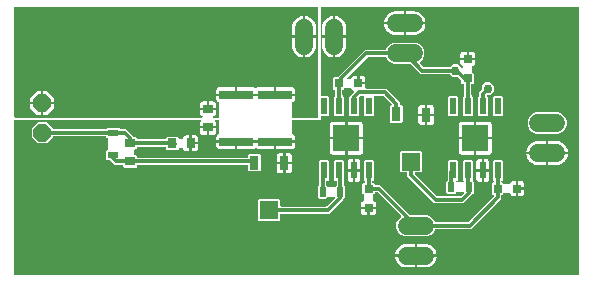
<source format=gbr>
G04 EAGLE Gerber RS-274X export*
G75*
%MOMM*%
%FSLAX34Y34*%
%LPD*%
%INTop Copper*%
%IPPOS*%
%AMOC8*
5,1,8,0,0,1.08239X$1,22.5*%
G01*
%ADD10R,0.812800X0.762000*%
%ADD11R,0.762000X0.812800*%
%ADD12R,0.500000X0.812800*%
%ADD13R,0.558800X1.460500*%
%ADD14R,2.286000X2.286000*%
%ADD15P,1.632244X8X202.500000*%
%ADD16R,0.787400X1.193800*%
%ADD17R,1.574800X1.524000*%
%ADD18R,0.889000X0.558800*%
%ADD19R,0.800000X0.655600*%
%ADD20R,0.655600X0.800000*%
%ADD21C,1.508000*%
%ADD22R,2.844800X0.762000*%
%ADD23C,0.756400*%
%ADD24C,0.500000*%
%ADD25C,0.152400*%
%ADD26C,0.300000*%

G36*
X591586Y658924D02*
X591586Y658924D01*
X591595Y658923D01*
X591683Y658944D01*
X591773Y658962D01*
X591780Y658967D01*
X591788Y658969D01*
X591861Y659023D01*
X591937Y659075D01*
X591941Y659082D01*
X591948Y659087D01*
X591995Y659165D01*
X592044Y659242D01*
X592045Y659251D01*
X592050Y659258D01*
X592077Y659422D01*
X592077Y885578D01*
X592076Y885586D01*
X592077Y885595D01*
X592056Y885683D01*
X592038Y885773D01*
X592033Y885780D01*
X592031Y885788D01*
X591977Y885861D01*
X591925Y885937D01*
X591918Y885941D01*
X591913Y885948D01*
X591835Y885995D01*
X591758Y886044D01*
X591749Y886045D01*
X591742Y886050D01*
X591578Y886077D01*
X374000Y886077D01*
X373992Y886076D01*
X373983Y886077D01*
X373895Y886056D01*
X373805Y886038D01*
X373798Y886033D01*
X373790Y886031D01*
X373717Y885977D01*
X373641Y885925D01*
X373637Y885918D01*
X373630Y885913D01*
X373583Y885835D01*
X373534Y885758D01*
X373533Y885749D01*
X373528Y885742D01*
X373501Y885578D01*
X373501Y811568D01*
X373502Y811560D01*
X373501Y811551D01*
X373522Y811463D01*
X373540Y811373D01*
X373545Y811366D01*
X373547Y811358D01*
X373601Y811285D01*
X373653Y811209D01*
X373660Y811205D01*
X373665Y811198D01*
X373743Y811151D01*
X373820Y811102D01*
X373829Y811101D01*
X373836Y811096D01*
X374000Y811069D01*
X379576Y811069D01*
X380469Y810176D01*
X380469Y794307D01*
X379576Y793414D01*
X374000Y793414D01*
X373992Y793413D01*
X373983Y793414D01*
X373895Y793393D01*
X373805Y793375D01*
X373798Y793370D01*
X373790Y793368D01*
X373717Y793314D01*
X373641Y793262D01*
X373637Y793255D01*
X373630Y793250D01*
X373583Y793172D01*
X373534Y793095D01*
X373533Y793086D01*
X373528Y793079D01*
X373501Y792915D01*
X373501Y790499D01*
X349724Y790499D01*
X349716Y790498D01*
X349707Y790499D01*
X349619Y790478D01*
X349529Y790460D01*
X349522Y790455D01*
X349514Y790453D01*
X349441Y790399D01*
X349365Y790347D01*
X349361Y790340D01*
X349354Y790335D01*
X349307Y790257D01*
X349258Y790180D01*
X349257Y790171D01*
X349252Y790164D01*
X349225Y790000D01*
X349225Y779011D01*
X349233Y778969D01*
X349232Y778926D01*
X349253Y778872D01*
X349264Y778816D01*
X349289Y778781D01*
X349305Y778740D01*
X349345Y778700D01*
X349377Y778652D01*
X349413Y778629D01*
X349444Y778598D01*
X349508Y778569D01*
X349544Y778545D01*
X349567Y778542D01*
X349595Y778529D01*
X350205Y778366D01*
X350784Y778031D01*
X351257Y777558D01*
X351592Y776979D01*
X351765Y776332D01*
X351765Y773187D01*
X335500Y773187D01*
X335492Y773185D01*
X335484Y773187D01*
X335395Y773166D01*
X335305Y773148D01*
X335298Y773143D01*
X335290Y773141D01*
X335217Y773087D01*
X335141Y773035D01*
X335137Y773028D01*
X335130Y773023D01*
X335084Y772945D01*
X335034Y772867D01*
X335033Y772859D01*
X335029Y772852D01*
X335001Y772688D01*
X335001Y772187D01*
X334999Y772187D01*
X334999Y772688D01*
X334997Y772696D01*
X334999Y772704D01*
X334978Y772793D01*
X334960Y772883D01*
X334955Y772890D01*
X334953Y772898D01*
X334899Y772971D01*
X334847Y773047D01*
X334840Y773051D01*
X334835Y773058D01*
X334757Y773104D01*
X334679Y773154D01*
X334671Y773155D01*
X334664Y773159D01*
X334500Y773187D01*
X302500Y773187D01*
X302492Y773185D01*
X302484Y773187D01*
X302395Y773166D01*
X302305Y773148D01*
X302298Y773143D01*
X302290Y773141D01*
X302217Y773087D01*
X302141Y773035D01*
X302137Y773028D01*
X302130Y773023D01*
X302084Y772945D01*
X302034Y772867D01*
X302033Y772859D01*
X302029Y772852D01*
X302001Y772688D01*
X302001Y772187D01*
X301999Y772187D01*
X301999Y772688D01*
X301997Y772696D01*
X301999Y772704D01*
X301978Y772793D01*
X301960Y772883D01*
X301955Y772890D01*
X301953Y772898D01*
X301899Y772971D01*
X301847Y773047D01*
X301840Y773051D01*
X301835Y773058D01*
X301757Y773104D01*
X301679Y773154D01*
X301671Y773155D01*
X301664Y773159D01*
X301500Y773187D01*
X285235Y773187D01*
X285235Y776332D01*
X285408Y776979D01*
X285743Y777558D01*
X286216Y778031D01*
X286795Y778366D01*
X287405Y778529D01*
X287444Y778548D01*
X287486Y778558D01*
X287532Y778592D01*
X287583Y778618D01*
X287611Y778651D01*
X287646Y778676D01*
X287675Y778725D01*
X287712Y778769D01*
X287726Y778810D01*
X287748Y778847D01*
X287759Y778917D01*
X287772Y778958D01*
X287770Y778982D01*
X287775Y779011D01*
X287775Y790000D01*
X287774Y790008D01*
X287775Y790017D01*
X287754Y790105D01*
X287736Y790195D01*
X287731Y790202D01*
X287729Y790210D01*
X287675Y790283D01*
X287623Y790359D01*
X287616Y790363D01*
X287611Y790370D01*
X287533Y790417D01*
X287456Y790466D01*
X287447Y790467D01*
X287440Y790472D01*
X287276Y790499D01*
X284426Y790499D01*
X284422Y790498D01*
X284418Y790499D01*
X284325Y790479D01*
X284231Y790460D01*
X284228Y790457D01*
X284224Y790456D01*
X284146Y790401D01*
X284067Y790347D01*
X284065Y790344D01*
X284062Y790341D01*
X284012Y790260D01*
X283960Y790180D01*
X283960Y790175D01*
X283957Y790172D01*
X283943Y790078D01*
X283927Y789983D01*
X283928Y789979D01*
X283928Y789975D01*
X283951Y789883D01*
X283973Y789790D01*
X283976Y789787D01*
X283977Y789783D01*
X284073Y789647D01*
X284097Y789623D01*
X284432Y789044D01*
X284605Y788397D01*
X284605Y785252D01*
X278500Y785252D01*
X278492Y785250D01*
X278484Y785252D01*
X278395Y785231D01*
X278305Y785213D01*
X278298Y785208D01*
X278290Y785206D01*
X278217Y785152D01*
X278141Y785100D01*
X278137Y785093D01*
X278130Y785088D01*
X278084Y785010D01*
X278034Y784932D01*
X278033Y784924D01*
X278029Y784917D01*
X278001Y784753D01*
X278001Y784252D01*
X277999Y784252D01*
X277999Y784753D01*
X277997Y784761D01*
X277999Y784769D01*
X277978Y784858D01*
X277960Y784948D01*
X277955Y784955D01*
X277953Y784963D01*
X277899Y785036D01*
X277847Y785112D01*
X277840Y785116D01*
X277835Y785123D01*
X277757Y785169D01*
X277679Y785219D01*
X277671Y785220D01*
X277664Y785224D01*
X277500Y785252D01*
X271395Y785252D01*
X271395Y788397D01*
X271568Y789044D01*
X271903Y789623D01*
X271927Y789647D01*
X271929Y789651D01*
X271933Y789653D01*
X271984Y789733D01*
X272037Y789813D01*
X272037Y789817D01*
X272040Y789820D01*
X272055Y789914D01*
X272073Y790008D01*
X272072Y790012D01*
X272073Y790017D01*
X272051Y790108D01*
X272030Y790202D01*
X272028Y790206D01*
X272027Y790210D01*
X271971Y790286D01*
X271915Y790365D01*
X271911Y790367D01*
X271909Y790370D01*
X271827Y790419D01*
X271746Y790469D01*
X271741Y790469D01*
X271738Y790472D01*
X271574Y790499D01*
X114422Y790499D01*
X114414Y790498D01*
X114405Y790499D01*
X114317Y790478D01*
X114227Y790460D01*
X114220Y790455D01*
X114212Y790453D01*
X114139Y790399D01*
X114063Y790347D01*
X114059Y790340D01*
X114052Y790335D01*
X114005Y790257D01*
X113956Y790180D01*
X113955Y790171D01*
X113950Y790164D01*
X113923Y790000D01*
X113923Y659422D01*
X113924Y659414D01*
X113923Y659405D01*
X113944Y659317D01*
X113962Y659227D01*
X113967Y659220D01*
X113969Y659212D01*
X114023Y659139D01*
X114075Y659063D01*
X114082Y659059D01*
X114087Y659052D01*
X114165Y659005D01*
X114242Y658956D01*
X114251Y658955D01*
X114258Y658950D01*
X114422Y658923D01*
X591578Y658923D01*
X591586Y658924D01*
G37*
G36*
X273186Y792508D02*
X273186Y792508D01*
X273221Y792506D01*
X273282Y792527D01*
X273346Y792540D01*
X273375Y792560D01*
X273408Y792572D01*
X273456Y792616D01*
X273510Y792653D01*
X273529Y792682D01*
X273555Y792706D01*
X273582Y792765D01*
X273617Y792820D01*
X273623Y792855D01*
X273638Y792887D01*
X273640Y792952D01*
X273650Y793017D01*
X273642Y793051D01*
X273643Y793086D01*
X273620Y793146D01*
X273604Y793210D01*
X273584Y793238D01*
X273571Y793271D01*
X273525Y793318D01*
X273487Y793370D01*
X273456Y793388D01*
X273432Y793413D01*
X273354Y793449D01*
X273316Y793472D01*
X273297Y793475D01*
X273281Y793482D01*
X272955Y793569D01*
X272376Y793904D01*
X271903Y794377D01*
X271568Y794956D01*
X271395Y795603D01*
X271395Y798748D01*
X277500Y798748D01*
X277508Y798749D01*
X277516Y798748D01*
X277605Y798769D01*
X277695Y798787D01*
X277702Y798792D01*
X277710Y798794D01*
X277783Y798848D01*
X277859Y798900D01*
X277863Y798907D01*
X277870Y798912D01*
X277916Y798990D01*
X277966Y799067D01*
X277967Y799076D01*
X277971Y799083D01*
X277999Y799247D01*
X277999Y799748D01*
X278001Y799748D01*
X278001Y799247D01*
X278003Y799239D01*
X278001Y799231D01*
X278022Y799142D01*
X278040Y799052D01*
X278045Y799045D01*
X278047Y799037D01*
X278101Y798964D01*
X278153Y798888D01*
X278160Y798884D01*
X278165Y798877D01*
X278243Y798831D01*
X278321Y798781D01*
X278329Y798780D01*
X278336Y798776D01*
X278500Y798748D01*
X284605Y798748D01*
X284605Y795603D01*
X284432Y794956D01*
X284097Y794377D01*
X283624Y793904D01*
X283045Y793569D01*
X282719Y793482D01*
X282688Y793467D01*
X282654Y793460D01*
X282600Y793423D01*
X282541Y793394D01*
X282519Y793367D01*
X282490Y793347D01*
X282455Y793292D01*
X282412Y793242D01*
X282402Y793209D01*
X282383Y793180D01*
X282372Y793115D01*
X282352Y793053D01*
X282355Y793018D01*
X282350Y792983D01*
X282365Y792920D01*
X282371Y792855D01*
X282387Y792824D01*
X282396Y792790D01*
X282434Y792738D01*
X282465Y792680D01*
X282493Y792658D01*
X282513Y792630D01*
X282570Y792597D01*
X282621Y792556D01*
X282654Y792546D01*
X282684Y792528D01*
X282769Y792514D01*
X282812Y792502D01*
X282830Y792504D01*
X282849Y792501D01*
X287276Y792501D01*
X287284Y792502D01*
X287293Y792501D01*
X287381Y792522D01*
X287471Y792540D01*
X287478Y792545D01*
X287486Y792547D01*
X287559Y792601D01*
X287635Y792653D01*
X287639Y792660D01*
X287646Y792665D01*
X287693Y792743D01*
X287742Y792820D01*
X287743Y792829D01*
X287748Y792836D01*
X287775Y793000D01*
X287775Y804989D01*
X287774Y804994D01*
X287775Y804999D01*
X287767Y805033D01*
X287768Y805074D01*
X287747Y805128D01*
X287736Y805184D01*
X287711Y805219D01*
X287695Y805260D01*
X287655Y805300D01*
X287623Y805348D01*
X287587Y805371D01*
X287556Y805402D01*
X287492Y805431D01*
X287456Y805455D01*
X287433Y805458D01*
X287405Y805471D01*
X286795Y805634D01*
X286216Y805969D01*
X285743Y806442D01*
X285408Y807021D01*
X285235Y807668D01*
X285235Y810813D01*
X301500Y810813D01*
X301508Y810814D01*
X301516Y810813D01*
X301605Y810834D01*
X301695Y810852D01*
X301702Y810857D01*
X301710Y810859D01*
X301783Y810913D01*
X301859Y810965D01*
X301863Y810972D01*
X301870Y810977D01*
X301916Y811055D01*
X301966Y811132D01*
X301967Y811141D01*
X301971Y811148D01*
X301999Y811312D01*
X301999Y811813D01*
X302001Y811813D01*
X302001Y811312D01*
X302003Y811304D01*
X302001Y811296D01*
X302022Y811207D01*
X302040Y811117D01*
X302045Y811110D01*
X302047Y811102D01*
X302101Y811029D01*
X302153Y810953D01*
X302160Y810949D01*
X302165Y810942D01*
X302243Y810896D01*
X302321Y810846D01*
X302329Y810845D01*
X302336Y810841D01*
X302500Y810813D01*
X334500Y810813D01*
X334508Y810814D01*
X334516Y810813D01*
X334605Y810834D01*
X334695Y810852D01*
X334702Y810857D01*
X334710Y810859D01*
X334783Y810913D01*
X334859Y810965D01*
X334863Y810972D01*
X334870Y810977D01*
X334916Y811055D01*
X334966Y811132D01*
X334967Y811141D01*
X334971Y811148D01*
X334999Y811312D01*
X334999Y811813D01*
X335001Y811813D01*
X335001Y811312D01*
X335003Y811304D01*
X335001Y811296D01*
X335022Y811207D01*
X335040Y811117D01*
X335045Y811110D01*
X335047Y811102D01*
X335101Y811029D01*
X335153Y810953D01*
X335160Y810949D01*
X335165Y810942D01*
X335243Y810896D01*
X335321Y810846D01*
X335329Y810845D01*
X335336Y810841D01*
X335500Y810813D01*
X351765Y810813D01*
X351765Y807668D01*
X351592Y807021D01*
X351257Y806442D01*
X350784Y805969D01*
X350205Y805634D01*
X349595Y805471D01*
X349556Y805452D01*
X349514Y805442D01*
X349468Y805408D01*
X349417Y805382D01*
X349389Y805349D01*
X349354Y805324D01*
X349325Y805275D01*
X349288Y805231D01*
X349274Y805190D01*
X349252Y805153D01*
X349241Y805083D01*
X349228Y805042D01*
X349230Y805018D01*
X349225Y804989D01*
X349225Y793000D01*
X349226Y792992D01*
X349225Y792983D01*
X349246Y792895D01*
X349264Y792805D01*
X349269Y792798D01*
X349271Y792790D01*
X349325Y792717D01*
X349377Y792641D01*
X349384Y792637D01*
X349389Y792630D01*
X349467Y792583D01*
X349544Y792534D01*
X349553Y792533D01*
X349560Y792528D01*
X349724Y792501D01*
X371000Y792501D01*
X371008Y792502D01*
X371017Y792501D01*
X371105Y792522D01*
X371195Y792540D01*
X371202Y792545D01*
X371210Y792547D01*
X371283Y792601D01*
X371359Y792653D01*
X371363Y792660D01*
X371370Y792665D01*
X371417Y792743D01*
X371466Y792820D01*
X371467Y792829D01*
X371472Y792836D01*
X371499Y793000D01*
X371499Y885578D01*
X371498Y885586D01*
X371499Y885595D01*
X371478Y885683D01*
X371460Y885773D01*
X371455Y885780D01*
X371453Y885788D01*
X371399Y885861D01*
X371347Y885937D01*
X371340Y885941D01*
X371335Y885948D01*
X371257Y885995D01*
X371180Y886044D01*
X371171Y886045D01*
X371164Y886050D01*
X371000Y886077D01*
X114422Y886077D01*
X114414Y886076D01*
X114405Y886077D01*
X114317Y886056D01*
X114227Y886038D01*
X114220Y886033D01*
X114212Y886031D01*
X114139Y885977D01*
X114063Y885925D01*
X114059Y885918D01*
X114052Y885913D01*
X114005Y885835D01*
X113956Y885758D01*
X113955Y885749D01*
X113950Y885742D01*
X113923Y885578D01*
X113923Y793000D01*
X113924Y792992D01*
X113923Y792983D01*
X113944Y792895D01*
X113962Y792805D01*
X113967Y792798D01*
X113969Y792790D01*
X114023Y792717D01*
X114075Y792641D01*
X114082Y792637D01*
X114087Y792630D01*
X114165Y792583D01*
X114242Y792534D01*
X114251Y792533D01*
X114258Y792528D01*
X114422Y792501D01*
X273151Y792501D01*
X273186Y792508D01*
G37*
%LPC*%
G36*
X432731Y787826D02*
X432731Y787826D01*
X431838Y788719D01*
X431838Y801921D01*
X432731Y802814D01*
X433223Y802814D01*
X433227Y802815D01*
X433232Y802814D01*
X433325Y802834D01*
X433418Y802853D01*
X433422Y802856D01*
X433426Y802857D01*
X433504Y802912D01*
X433582Y802966D01*
X433584Y802969D01*
X433588Y802972D01*
X433638Y803053D01*
X433689Y803133D01*
X433690Y803138D01*
X433692Y803141D01*
X433706Y803235D01*
X433722Y803330D01*
X433721Y803334D01*
X433722Y803338D01*
X433698Y803430D01*
X433676Y803523D01*
X433674Y803526D01*
X433673Y803530D01*
X433576Y803666D01*
X426445Y810797D01*
X426435Y810804D01*
X426427Y810814D01*
X426352Y810859D01*
X426280Y810907D01*
X426267Y810909D01*
X426256Y810916D01*
X426092Y810943D01*
X419006Y810943D01*
X419002Y810942D01*
X418998Y810943D01*
X418905Y810923D01*
X418811Y810904D01*
X418808Y810901D01*
X418804Y810900D01*
X418726Y810845D01*
X418647Y810791D01*
X418645Y810788D01*
X418642Y810785D01*
X418592Y810704D01*
X418540Y810624D01*
X418540Y810619D01*
X418538Y810616D01*
X418523Y810522D01*
X418507Y810427D01*
X418508Y810423D01*
X418508Y810419D01*
X418531Y810326D01*
X418553Y810234D01*
X418556Y810231D01*
X418557Y810226D01*
X418569Y810210D01*
X418569Y794307D01*
X417676Y793414D01*
X410824Y793414D01*
X409931Y794307D01*
X409931Y810219D01*
X409956Y810257D01*
X409957Y810261D01*
X409960Y810264D01*
X409975Y810358D01*
X409993Y810452D01*
X409992Y810456D01*
X409993Y810461D01*
X409971Y810553D01*
X409950Y810646D01*
X409948Y810650D01*
X409947Y810654D01*
X409891Y810730D01*
X409835Y810808D01*
X409831Y810811D01*
X409829Y810814D01*
X409748Y810862D01*
X409666Y810913D01*
X409661Y810913D01*
X409658Y810916D01*
X409494Y810943D01*
X407363Y810943D01*
X407351Y810941D01*
X407338Y810943D01*
X407254Y810921D01*
X407168Y810904D01*
X407158Y810897D01*
X407146Y810893D01*
X407010Y810797D01*
X406015Y809802D01*
X406008Y809791D01*
X405998Y809784D01*
X405953Y809709D01*
X405905Y809636D01*
X405903Y809624D01*
X405896Y809613D01*
X405869Y809449D01*
X405869Y794307D01*
X404976Y793414D01*
X398124Y793414D01*
X397231Y794307D01*
X397231Y810176D01*
X398124Y811069D01*
X398520Y811069D01*
X398532Y811071D01*
X398545Y811069D01*
X398629Y811091D01*
X398715Y811108D01*
X398725Y811115D01*
X398737Y811119D01*
X398873Y811215D01*
X401826Y814168D01*
X401847Y814201D01*
X401876Y814227D01*
X401902Y814283D01*
X401935Y814334D01*
X401943Y814372D01*
X401959Y814408D01*
X401961Y814469D01*
X401972Y814529D01*
X401963Y814567D01*
X401965Y814606D01*
X401942Y814663D01*
X401929Y814723D01*
X401906Y814755D01*
X401892Y814792D01*
X401849Y814835D01*
X401814Y814885D01*
X401781Y814906D01*
X401753Y814934D01*
X401682Y814966D01*
X401644Y814990D01*
X401625Y814993D01*
X401602Y815003D01*
X401119Y815132D01*
X400540Y815467D01*
X400067Y815940D01*
X399732Y816519D01*
X399559Y817166D01*
X399559Y817381D01*
X399558Y817389D01*
X399559Y817398D01*
X399538Y817486D01*
X399520Y817576D01*
X399515Y817583D01*
X399513Y817591D01*
X399459Y817664D01*
X399407Y817740D01*
X399400Y817744D01*
X399395Y817751D01*
X399317Y817798D01*
X399240Y817847D01*
X399231Y817848D01*
X399224Y817853D01*
X399060Y817880D01*
X394124Y817880D01*
X394116Y817879D01*
X394107Y817880D01*
X394019Y817859D01*
X393929Y817841D01*
X393922Y817836D01*
X393914Y817834D01*
X393841Y817780D01*
X393765Y817728D01*
X393761Y817721D01*
X393754Y817716D01*
X393707Y817638D01*
X393658Y817561D01*
X393657Y817552D01*
X393652Y817545D01*
X393625Y817381D01*
X393625Y816868D01*
X392732Y815975D01*
X392374Y815975D01*
X392366Y815974D01*
X392357Y815975D01*
X392269Y815954D01*
X392179Y815936D01*
X392172Y815931D01*
X392164Y815929D01*
X392091Y815875D01*
X392015Y815823D01*
X392011Y815816D01*
X392004Y815811D01*
X391957Y815733D01*
X391908Y815656D01*
X391907Y815647D01*
X391902Y815640D01*
X391875Y815476D01*
X391875Y811568D01*
X391876Y811560D01*
X391875Y811551D01*
X391896Y811463D01*
X391914Y811373D01*
X391919Y811366D01*
X391921Y811358D01*
X391975Y811285D01*
X392027Y811209D01*
X392034Y811205D01*
X392039Y811198D01*
X392117Y811151D01*
X392194Y811102D01*
X392203Y811101D01*
X392210Y811096D01*
X392256Y811089D01*
X393169Y810176D01*
X393169Y794307D01*
X392276Y793414D01*
X385424Y793414D01*
X384531Y794307D01*
X384531Y810176D01*
X385450Y811094D01*
X385521Y811108D01*
X385528Y811113D01*
X385536Y811115D01*
X385609Y811169D01*
X385685Y811221D01*
X385689Y811228D01*
X385696Y811233D01*
X385743Y811311D01*
X385792Y811388D01*
X385793Y811397D01*
X385798Y811404D01*
X385825Y811568D01*
X385825Y815476D01*
X385824Y815484D01*
X385825Y815493D01*
X385804Y815581D01*
X385786Y815671D01*
X385781Y815678D01*
X385779Y815686D01*
X385725Y815759D01*
X385673Y815835D01*
X385666Y815839D01*
X385661Y815846D01*
X385583Y815893D01*
X385506Y815942D01*
X385497Y815943D01*
X385490Y815948D01*
X385326Y815975D01*
X384912Y815975D01*
X384019Y816868D01*
X384019Y826132D01*
X384912Y827025D01*
X387855Y827025D01*
X387868Y827027D01*
X387880Y827025D01*
X387964Y827047D01*
X388050Y827064D01*
X388061Y827071D01*
X388073Y827075D01*
X388208Y827171D01*
X409044Y848007D01*
X410962Y849925D01*
X428168Y849925D01*
X428178Y849927D01*
X428188Y849925D01*
X428275Y849946D01*
X428363Y849964D01*
X428371Y849970D01*
X428381Y849973D01*
X428453Y850026D01*
X428527Y850077D01*
X428532Y850086D01*
X428541Y850092D01*
X428629Y850233D01*
X429375Y852035D01*
X431925Y854585D01*
X435257Y855965D01*
X453943Y855965D01*
X457275Y854585D01*
X459825Y852035D01*
X461205Y848703D01*
X461205Y845097D01*
X459825Y841765D01*
X457272Y839212D01*
X457267Y839205D01*
X457260Y839200D01*
X457212Y839123D01*
X457162Y839046D01*
X457160Y839038D01*
X457156Y839031D01*
X457142Y838941D01*
X457125Y838851D01*
X457127Y838843D01*
X457126Y838834D01*
X457148Y838746D01*
X457168Y838657D01*
X457173Y838650D01*
X457175Y838642D01*
X457272Y838506D01*
X460307Y835471D01*
X460317Y835464D01*
X460325Y835454D01*
X460400Y835409D01*
X460472Y835361D01*
X460485Y835359D01*
X460496Y835352D01*
X460660Y835325D01*
X482813Y835325D01*
X482825Y835327D01*
X482838Y835325D01*
X482922Y835347D01*
X483008Y835364D01*
X483018Y835371D01*
X483031Y835375D01*
X483166Y835471D01*
X485302Y837607D01*
X489698Y837607D01*
X492807Y834498D01*
X492807Y832478D01*
X492809Y832465D01*
X492807Y832453D01*
X492829Y832368D01*
X492846Y832283D01*
X492853Y832272D01*
X492857Y832260D01*
X492953Y832125D01*
X493528Y831550D01*
X493531Y831547D01*
X493534Y831544D01*
X493614Y831492D01*
X493694Y831440D01*
X493698Y831439D01*
X493701Y831437D01*
X493795Y831421D01*
X493889Y831403D01*
X493893Y831404D01*
X493898Y831404D01*
X493989Y831426D01*
X494083Y831446D01*
X494087Y831449D01*
X494091Y831450D01*
X494167Y831506D01*
X494246Y831561D01*
X494248Y831565D01*
X494251Y831568D01*
X494299Y831649D01*
X494350Y831731D01*
X494350Y831735D01*
X494353Y831739D01*
X494380Y831903D01*
X494380Y835960D01*
X494379Y835968D01*
X494380Y835977D01*
X494359Y836065D01*
X494341Y836155D01*
X494336Y836162D01*
X494334Y836170D01*
X494280Y836243D01*
X494228Y836319D01*
X494221Y836323D01*
X494216Y836330D01*
X494138Y836377D01*
X494061Y836426D01*
X494052Y836427D01*
X494045Y836432D01*
X493881Y836459D01*
X493666Y836459D01*
X493019Y836632D01*
X492440Y836967D01*
X491967Y837440D01*
X491632Y838019D01*
X491459Y838666D01*
X491459Y841279D01*
X497500Y841279D01*
X497508Y841280D01*
X497516Y841279D01*
X497605Y841300D01*
X497695Y841318D01*
X497702Y841323D01*
X497710Y841325D01*
X497783Y841379D01*
X497859Y841431D01*
X497863Y841438D01*
X497870Y841443D01*
X497916Y841521D01*
X497966Y841598D01*
X497967Y841607D01*
X497971Y841614D01*
X497999Y841778D01*
X497999Y842279D01*
X498001Y842279D01*
X498001Y841778D01*
X498003Y841770D01*
X498001Y841762D01*
X498022Y841673D01*
X498040Y841583D01*
X498045Y841576D01*
X498047Y841568D01*
X498101Y841495D01*
X498153Y841419D01*
X498160Y841415D01*
X498165Y841408D01*
X498243Y841362D01*
X498321Y841312D01*
X498329Y841311D01*
X498336Y841307D01*
X498500Y841279D01*
X504541Y841279D01*
X504541Y838666D01*
X504368Y838019D01*
X504033Y837440D01*
X503560Y836967D01*
X502981Y836632D01*
X502334Y836459D01*
X502119Y836459D01*
X502111Y836458D01*
X502102Y836459D01*
X502014Y836438D01*
X501924Y836420D01*
X501917Y836415D01*
X501909Y836413D01*
X501836Y836359D01*
X501760Y836307D01*
X501756Y836300D01*
X501749Y836295D01*
X501702Y836217D01*
X501653Y836140D01*
X501652Y836131D01*
X501647Y836124D01*
X501620Y835960D01*
X501620Y831024D01*
X501621Y831016D01*
X501620Y831007D01*
X501641Y830919D01*
X501659Y830829D01*
X501664Y830822D01*
X501666Y830814D01*
X501720Y830741D01*
X501772Y830665D01*
X501779Y830661D01*
X501784Y830654D01*
X501862Y830607D01*
X501939Y830558D01*
X501948Y830557D01*
X501955Y830552D01*
X502119Y830525D01*
X502632Y830525D01*
X503525Y829632D01*
X503525Y821812D01*
X502632Y820919D01*
X501524Y820919D01*
X501516Y820918D01*
X501507Y820919D01*
X501419Y820898D01*
X501329Y820880D01*
X501322Y820875D01*
X501314Y820873D01*
X501241Y820819D01*
X501165Y820767D01*
X501161Y820760D01*
X501154Y820755D01*
X501107Y820677D01*
X501058Y820600D01*
X501057Y820591D01*
X501052Y820584D01*
X501025Y820420D01*
X501025Y811568D01*
X501026Y811560D01*
X501025Y811551D01*
X501046Y811463D01*
X501064Y811373D01*
X501069Y811366D01*
X501071Y811358D01*
X501125Y811285D01*
X501177Y811209D01*
X501184Y811205D01*
X501189Y811198D01*
X501267Y811151D01*
X501338Y811106D01*
X502269Y810176D01*
X502269Y794307D01*
X501376Y793414D01*
X494524Y793414D01*
X493631Y794307D01*
X493631Y810176D01*
X494535Y811079D01*
X494581Y811090D01*
X494671Y811108D01*
X494678Y811113D01*
X494686Y811115D01*
X494759Y811169D01*
X494835Y811221D01*
X494839Y811228D01*
X494846Y811233D01*
X494893Y811311D01*
X494942Y811388D01*
X494943Y811397D01*
X494948Y811404D01*
X494975Y811568D01*
X494975Y820420D01*
X494974Y820428D01*
X494975Y820437D01*
X494954Y820525D01*
X494936Y820615D01*
X494931Y820622D01*
X494929Y820630D01*
X494875Y820703D01*
X494823Y820779D01*
X494816Y820783D01*
X494811Y820790D01*
X494733Y820837D01*
X494656Y820886D01*
X494647Y820887D01*
X494640Y820892D01*
X494476Y820919D01*
X493368Y820919D01*
X492475Y821812D01*
X492475Y823840D01*
X492473Y823853D01*
X492475Y823865D01*
X492453Y823949D01*
X492436Y824035D01*
X492429Y824046D01*
X492425Y824058D01*
X492329Y824193D01*
X489675Y826847D01*
X489665Y826854D01*
X489657Y826864D01*
X489582Y826909D01*
X489510Y826957D01*
X489497Y826959D01*
X489486Y826966D01*
X489322Y826993D01*
X485302Y826993D01*
X483166Y829129D01*
X483156Y829136D01*
X483148Y829146D01*
X483073Y829190D01*
X483000Y829239D01*
X482988Y829241D01*
X482977Y829248D01*
X482813Y829275D01*
X457947Y829275D01*
X449533Y837689D01*
X449523Y837696D01*
X449515Y837706D01*
X449440Y837751D01*
X449368Y837799D01*
X449355Y837801D01*
X449344Y837808D01*
X449180Y837835D01*
X435257Y837835D01*
X431925Y839215D01*
X429375Y841765D01*
X428629Y843567D01*
X428623Y843576D01*
X428621Y843586D01*
X428568Y843658D01*
X428518Y843732D01*
X428509Y843738D01*
X428503Y843746D01*
X428426Y843791D01*
X428351Y843840D01*
X428341Y843842D01*
X428332Y843848D01*
X428168Y843875D01*
X413675Y843875D01*
X413662Y843873D01*
X413650Y843875D01*
X413566Y843853D01*
X413480Y843836D01*
X413469Y843829D01*
X413457Y843825D01*
X413322Y843729D01*
X395565Y825972D01*
X395562Y825968D01*
X395559Y825966D01*
X395508Y825886D01*
X395455Y825806D01*
X395454Y825802D01*
X395452Y825799D01*
X395436Y825705D01*
X395419Y825611D01*
X395419Y825607D01*
X395419Y825602D01*
X395441Y825511D01*
X395461Y825417D01*
X395464Y825413D01*
X395465Y825409D01*
X395521Y825333D01*
X395577Y825254D01*
X395580Y825252D01*
X395583Y825249D01*
X395664Y825200D01*
X395746Y825150D01*
X395750Y825150D01*
X395754Y825147D01*
X395918Y825120D01*
X399060Y825120D01*
X399068Y825121D01*
X399077Y825120D01*
X399165Y825141D01*
X399255Y825159D01*
X399262Y825164D01*
X399270Y825166D01*
X399343Y825220D01*
X399419Y825272D01*
X399423Y825279D01*
X399430Y825284D01*
X399477Y825362D01*
X399526Y825439D01*
X399527Y825448D01*
X399532Y825455D01*
X399559Y825619D01*
X399559Y825834D01*
X399732Y826481D01*
X400067Y827060D01*
X400540Y827533D01*
X401119Y827868D01*
X401766Y828041D01*
X404379Y828041D01*
X404379Y822000D01*
X404380Y821992D01*
X404379Y821984D01*
X404400Y821895D01*
X404418Y821805D01*
X404423Y821798D01*
X404425Y821790D01*
X404479Y821717D01*
X404531Y821641D01*
X404538Y821637D01*
X404543Y821630D01*
X404621Y821584D01*
X404698Y821534D01*
X404707Y821533D01*
X404714Y821529D01*
X404878Y821501D01*
X405379Y821501D01*
X405379Y821000D01*
X405381Y820992D01*
X405379Y820984D01*
X405400Y820895D01*
X405418Y820805D01*
X405423Y820798D01*
X405425Y820790D01*
X405479Y820717D01*
X405531Y820641D01*
X405538Y820637D01*
X405543Y820630D01*
X405621Y820584D01*
X405699Y820534D01*
X405707Y820533D01*
X405714Y820529D01*
X405878Y820501D01*
X411197Y820501D01*
X411197Y817492D01*
X411198Y817484D01*
X411197Y817475D01*
X411218Y817387D01*
X411236Y817297D01*
X411241Y817290D01*
X411243Y817282D01*
X411297Y817209D01*
X411349Y817133D01*
X411356Y817129D01*
X411361Y817122D01*
X411439Y817075D01*
X411516Y817026D01*
X411525Y817025D01*
X411532Y817020D01*
X411696Y816993D01*
X428805Y816993D01*
X440325Y805473D01*
X440325Y803313D01*
X440326Y803305D01*
X440325Y803296D01*
X440346Y803208D01*
X440364Y803118D01*
X440369Y803111D01*
X440371Y803103D01*
X440425Y803030D01*
X440477Y802954D01*
X440484Y802950D01*
X440489Y802943D01*
X440567Y802896D01*
X440644Y802847D01*
X440653Y802846D01*
X440660Y802841D01*
X440824Y802814D01*
X441869Y802814D01*
X442762Y801921D01*
X442762Y788719D01*
X441869Y787826D01*
X432731Y787826D01*
G37*
%LPD*%
%LPC*%
G36*
X312731Y746826D02*
X312731Y746826D01*
X311838Y747719D01*
X311838Y751929D01*
X311837Y751937D01*
X311838Y751946D01*
X311817Y752034D01*
X311799Y752124D01*
X311794Y752131D01*
X311792Y752139D01*
X311738Y752212D01*
X311686Y752288D01*
X311679Y752292D01*
X311674Y752299D01*
X311596Y752346D01*
X311519Y752395D01*
X311510Y752396D01*
X311503Y752401D01*
X311339Y752428D01*
X218188Y752428D01*
X218180Y752427D01*
X218171Y752428D01*
X218083Y752407D01*
X217993Y752389D01*
X217986Y752384D01*
X217978Y752382D01*
X217905Y752328D01*
X217829Y752276D01*
X217825Y752269D01*
X217818Y752264D01*
X217771Y752186D01*
X217722Y752109D01*
X217721Y752100D01*
X217716Y752093D01*
X217689Y751929D01*
X217689Y751011D01*
X216796Y750118D01*
X207404Y750118D01*
X206511Y751011D01*
X206511Y751929D01*
X206510Y751937D01*
X206511Y751946D01*
X206490Y752034D01*
X206472Y752124D01*
X206467Y752131D01*
X206465Y752139D01*
X206411Y752212D01*
X206359Y752288D01*
X206352Y752292D01*
X206347Y752299D01*
X206269Y752346D01*
X206192Y752395D01*
X206183Y752396D01*
X206176Y752401D01*
X206012Y752428D01*
X199223Y752428D01*
X195187Y756464D01*
X195177Y756471D01*
X195169Y756481D01*
X195094Y756526D01*
X195022Y756574D01*
X195009Y756576D01*
X194998Y756583D01*
X194834Y756610D01*
X192923Y756610D01*
X192030Y757503D01*
X192030Y764355D01*
X192955Y765279D01*
X192996Y765287D01*
X193003Y765292D01*
X193011Y765294D01*
X193084Y765348D01*
X193160Y765400D01*
X193164Y765407D01*
X193171Y765412D01*
X193218Y765490D01*
X193267Y765567D01*
X193268Y765576D01*
X193273Y765583D01*
X193300Y765747D01*
X193300Y774653D01*
X193299Y774661D01*
X193300Y774670D01*
X193279Y774758D01*
X193261Y774848D01*
X193256Y774855D01*
X193254Y774863D01*
X193200Y774936D01*
X193148Y775012D01*
X193141Y775016D01*
X193136Y775023D01*
X193058Y775070D01*
X192981Y775119D01*
X192972Y775120D01*
X192965Y775125D01*
X192948Y775127D01*
X192030Y776045D01*
X192030Y776076D01*
X192029Y776084D01*
X192030Y776093D01*
X192009Y776181D01*
X191991Y776271D01*
X191986Y776278D01*
X191984Y776286D01*
X191930Y776359D01*
X191878Y776435D01*
X191871Y776439D01*
X191866Y776446D01*
X191788Y776493D01*
X191711Y776542D01*
X191702Y776543D01*
X191695Y776548D01*
X191531Y776575D01*
X147264Y776575D01*
X147256Y776574D01*
X147247Y776575D01*
X147159Y776554D01*
X147069Y776536D01*
X147062Y776531D01*
X147054Y776529D01*
X146981Y776475D01*
X146905Y776423D01*
X146901Y776416D01*
X146894Y776411D01*
X146847Y776333D01*
X146798Y776256D01*
X146797Y776247D01*
X146792Y776240D01*
X146765Y776076D01*
X146765Y775845D01*
X141455Y770535D01*
X133945Y770535D01*
X128635Y775845D01*
X128635Y783355D01*
X133945Y788665D01*
X141455Y788665D01*
X146765Y783355D01*
X146765Y783124D01*
X146766Y783116D01*
X146765Y783107D01*
X146786Y783019D01*
X146804Y782929D01*
X146809Y782922D01*
X146811Y782914D01*
X146865Y782841D01*
X146917Y782765D01*
X146924Y782761D01*
X146929Y782754D01*
X147007Y782707D01*
X147084Y782658D01*
X147093Y782657D01*
X147100Y782652D01*
X147264Y782625D01*
X191552Y782625D01*
X191564Y782627D01*
X191576Y782625D01*
X191661Y782647D01*
X191747Y782664D01*
X191757Y782671D01*
X191769Y782675D01*
X191905Y782771D01*
X192923Y783790D01*
X203077Y783790D01*
X203995Y782871D01*
X204009Y782800D01*
X204014Y782793D01*
X204016Y782785D01*
X204070Y782712D01*
X204122Y782636D01*
X204129Y782632D01*
X204134Y782625D01*
X204212Y782578D01*
X204289Y782529D01*
X204298Y782528D01*
X204305Y782523D01*
X204469Y782496D01*
X208829Y782496D01*
X213207Y778118D01*
X214897Y776428D01*
X214907Y776421D01*
X214915Y776411D01*
X214989Y776367D01*
X215062Y776318D01*
X215075Y776316D01*
X215086Y776309D01*
X215250Y776282D01*
X216796Y776282D01*
X217689Y775389D01*
X217689Y774471D01*
X217690Y774463D01*
X217689Y774454D01*
X217710Y774366D01*
X217728Y774276D01*
X217733Y774269D01*
X217735Y774261D01*
X217789Y774188D01*
X217841Y774112D01*
X217848Y774108D01*
X217853Y774101D01*
X217931Y774054D01*
X218008Y774005D01*
X218017Y774004D01*
X218024Y773999D01*
X218188Y773972D01*
X242019Y773972D01*
X242027Y773973D01*
X242036Y773972D01*
X242124Y773993D01*
X242214Y774011D01*
X242221Y774016D01*
X242229Y774018D01*
X242302Y774072D01*
X242378Y774124D01*
X242382Y774131D01*
X242389Y774136D01*
X242436Y774214D01*
X242485Y774291D01*
X242486Y774300D01*
X242491Y774307D01*
X242518Y774471D01*
X242518Y775396D01*
X243411Y776289D01*
X252295Y776289D01*
X253188Y775396D01*
X253188Y774883D01*
X253189Y774875D01*
X253188Y774866D01*
X253209Y774778D01*
X253227Y774688D01*
X253232Y774681D01*
X253234Y774673D01*
X253288Y774600D01*
X253340Y774524D01*
X253347Y774520D01*
X253352Y774513D01*
X253430Y774466D01*
X253507Y774417D01*
X253516Y774416D01*
X253523Y774411D01*
X253687Y774384D01*
X256497Y774384D01*
X256505Y774385D01*
X256514Y774384D01*
X256602Y774405D01*
X256692Y774423D01*
X256699Y774428D01*
X256707Y774430D01*
X256780Y774484D01*
X256856Y774536D01*
X256860Y774543D01*
X256867Y774548D01*
X256914Y774626D01*
X256963Y774703D01*
X256964Y774712D01*
X256969Y774719D01*
X256996Y774883D01*
X256996Y775098D01*
X257169Y775745D01*
X257504Y776324D01*
X257977Y776797D01*
X258556Y777132D01*
X259203Y777305D01*
X262348Y777305D01*
X262348Y771200D01*
X262349Y771192D01*
X262348Y771184D01*
X262369Y771095D01*
X262387Y771005D01*
X262392Y770998D01*
X262394Y770990D01*
X262448Y770917D01*
X262500Y770841D01*
X262507Y770837D01*
X262512Y770830D01*
X262590Y770784D01*
X262667Y770734D01*
X262676Y770733D01*
X262683Y770729D01*
X262847Y770701D01*
X263348Y770701D01*
X263348Y770699D01*
X262847Y770699D01*
X262839Y770697D01*
X262831Y770699D01*
X262742Y770678D01*
X262652Y770660D01*
X262645Y770655D01*
X262637Y770653D01*
X262564Y770599D01*
X262488Y770547D01*
X262484Y770540D01*
X262477Y770535D01*
X262431Y770457D01*
X262381Y770379D01*
X262380Y770371D01*
X262376Y770364D01*
X262348Y770200D01*
X262348Y764095D01*
X259203Y764095D01*
X258556Y764268D01*
X257977Y764603D01*
X257504Y765076D01*
X257169Y765655D01*
X256996Y766302D01*
X256996Y766517D01*
X256995Y766525D01*
X256996Y766534D01*
X256975Y766622D01*
X256957Y766712D01*
X256952Y766719D01*
X256950Y766727D01*
X256896Y766800D01*
X256844Y766876D01*
X256837Y766880D01*
X256832Y766887D01*
X256754Y766934D01*
X256677Y766983D01*
X256668Y766984D01*
X256661Y766989D01*
X256497Y767016D01*
X253687Y767016D01*
X253679Y767015D01*
X253670Y767016D01*
X253582Y766995D01*
X253492Y766977D01*
X253485Y766972D01*
X253477Y766970D01*
X253404Y766916D01*
X253328Y766864D01*
X253324Y766857D01*
X253317Y766852D01*
X253270Y766774D01*
X253221Y766697D01*
X253220Y766688D01*
X253215Y766681D01*
X253188Y766517D01*
X253188Y766004D01*
X252295Y765111D01*
X243411Y765111D01*
X242518Y766004D01*
X242518Y767423D01*
X242517Y767431D01*
X242518Y767440D01*
X242497Y767528D01*
X242479Y767618D01*
X242474Y767625D01*
X242472Y767633D01*
X242418Y767706D01*
X242366Y767782D01*
X242359Y767786D01*
X242354Y767793D01*
X242276Y767840D01*
X242199Y767889D01*
X242190Y767890D01*
X242183Y767895D01*
X242019Y767922D01*
X218188Y767922D01*
X218180Y767921D01*
X218171Y767922D01*
X218083Y767901D01*
X217993Y767883D01*
X217986Y767878D01*
X217978Y767876D01*
X217905Y767822D01*
X217829Y767770D01*
X217825Y767763D01*
X217818Y767758D01*
X217771Y767680D01*
X217722Y767603D01*
X217721Y767594D01*
X217716Y767587D01*
X217689Y767423D01*
X217689Y766505D01*
X216796Y765612D01*
X216283Y765612D01*
X216275Y765611D01*
X216266Y765612D01*
X216178Y765591D01*
X216088Y765573D01*
X216081Y765568D01*
X216073Y765566D01*
X216000Y765512D01*
X215924Y765460D01*
X215920Y765453D01*
X215913Y765448D01*
X215866Y765370D01*
X215817Y765293D01*
X215816Y765284D01*
X215811Y765277D01*
X215784Y765113D01*
X215784Y761287D01*
X215785Y761279D01*
X215784Y761270D01*
X215805Y761181D01*
X215823Y761092D01*
X215828Y761085D01*
X215830Y761077D01*
X215884Y761004D01*
X215936Y760928D01*
X215943Y760924D01*
X215948Y760917D01*
X216026Y760870D01*
X216103Y760821D01*
X216112Y760820D01*
X216119Y760815D01*
X216283Y760788D01*
X216796Y760788D01*
X217689Y759895D01*
X217689Y758977D01*
X217690Y758969D01*
X217689Y758960D01*
X217710Y758872D01*
X217728Y758782D01*
X217733Y758775D01*
X217735Y758767D01*
X217789Y758694D01*
X217841Y758618D01*
X217848Y758614D01*
X217853Y758607D01*
X217931Y758560D01*
X218008Y758511D01*
X218017Y758510D01*
X218024Y758505D01*
X218188Y758478D01*
X311339Y758478D01*
X311347Y758479D01*
X311356Y758478D01*
X311444Y758499D01*
X311534Y758517D01*
X311541Y758522D01*
X311549Y758524D01*
X311622Y758578D01*
X311698Y758630D01*
X311702Y758637D01*
X311709Y758642D01*
X311756Y758720D01*
X311805Y758797D01*
X311806Y758806D01*
X311811Y758813D01*
X311838Y758977D01*
X311838Y760921D01*
X312731Y761814D01*
X321869Y761814D01*
X322762Y760921D01*
X322762Y747719D01*
X321869Y746826D01*
X312731Y746826D01*
G37*
%LPD*%
%LPC*%
G36*
X444657Y691935D02*
X444657Y691935D01*
X441325Y693315D01*
X438775Y695865D01*
X437395Y699197D01*
X437395Y702803D01*
X438775Y706135D01*
X441328Y708688D01*
X441333Y708695D01*
X441340Y708700D01*
X441388Y708777D01*
X441438Y708854D01*
X441440Y708862D01*
X441444Y708869D01*
X441458Y708959D01*
X441475Y709049D01*
X441473Y709057D01*
X441474Y709066D01*
X441452Y709154D01*
X441432Y709243D01*
X441427Y709250D01*
X441425Y709258D01*
X441328Y709394D01*
X421615Y729107D01*
X421605Y729114D01*
X421597Y729124D01*
X421522Y729169D01*
X421450Y729217D01*
X421437Y729219D01*
X421426Y729226D01*
X421262Y729253D01*
X420024Y729253D01*
X420016Y729252D01*
X420007Y729253D01*
X419919Y729232D01*
X419829Y729214D01*
X419822Y729209D01*
X419814Y729207D01*
X419741Y729153D01*
X419665Y729101D01*
X419661Y729094D01*
X419654Y729089D01*
X419607Y729011D01*
X419558Y728934D01*
X419557Y728925D01*
X419552Y728918D01*
X419525Y728754D01*
X419525Y728368D01*
X418632Y727475D01*
X418119Y727475D01*
X418111Y727474D01*
X418102Y727475D01*
X418014Y727454D01*
X417924Y727436D01*
X417917Y727431D01*
X417909Y727429D01*
X417836Y727375D01*
X417760Y727323D01*
X417756Y727316D01*
X417749Y727311D01*
X417702Y727233D01*
X417653Y727156D01*
X417652Y727147D01*
X417647Y727140D01*
X417620Y726976D01*
X417620Y722040D01*
X417621Y722032D01*
X417620Y722023D01*
X417641Y721935D01*
X417659Y721845D01*
X417664Y721838D01*
X417666Y721830D01*
X417720Y721757D01*
X417772Y721681D01*
X417779Y721677D01*
X417784Y721670D01*
X417862Y721623D01*
X417939Y721574D01*
X417948Y721573D01*
X417955Y721568D01*
X418119Y721541D01*
X418334Y721541D01*
X418981Y721368D01*
X419560Y721033D01*
X420033Y720560D01*
X420368Y719981D01*
X420541Y719334D01*
X420541Y716721D01*
X414500Y716721D01*
X414492Y716719D01*
X414484Y716721D01*
X414395Y716700D01*
X414305Y716682D01*
X414298Y716677D01*
X414290Y716675D01*
X414217Y716621D01*
X414141Y716569D01*
X414137Y716562D01*
X414130Y716557D01*
X414084Y716479D01*
X414034Y716401D01*
X414033Y716393D01*
X414029Y716386D01*
X414001Y716222D01*
X414001Y715721D01*
X413999Y715721D01*
X413999Y716222D01*
X413997Y716230D01*
X413999Y716238D01*
X413978Y716327D01*
X413960Y716417D01*
X413955Y716424D01*
X413953Y716432D01*
X413899Y716505D01*
X413847Y716581D01*
X413840Y716585D01*
X413835Y716592D01*
X413757Y716638D01*
X413679Y716688D01*
X413671Y716689D01*
X413664Y716693D01*
X413500Y716721D01*
X407459Y716721D01*
X407459Y719334D01*
X407632Y719981D01*
X407967Y720560D01*
X408440Y721033D01*
X409019Y721368D01*
X409666Y721541D01*
X409881Y721541D01*
X409889Y721542D01*
X409898Y721541D01*
X409986Y721562D01*
X410076Y721580D01*
X410083Y721585D01*
X410091Y721587D01*
X410164Y721641D01*
X410240Y721693D01*
X410244Y721700D01*
X410251Y721705D01*
X410298Y721783D01*
X410347Y721860D01*
X410348Y721869D01*
X410353Y721876D01*
X410380Y722040D01*
X410380Y726976D01*
X410379Y726984D01*
X410380Y726993D01*
X410359Y727081D01*
X410341Y727171D01*
X410336Y727178D01*
X410334Y727186D01*
X410280Y727259D01*
X410228Y727335D01*
X410221Y727339D01*
X410216Y727346D01*
X410138Y727393D01*
X410061Y727442D01*
X410052Y727443D01*
X410045Y727448D01*
X409881Y727475D01*
X409368Y727475D01*
X408475Y728368D01*
X408475Y736188D01*
X409368Y737081D01*
X410476Y737081D01*
X410484Y737082D01*
X410493Y737081D01*
X410581Y737102D01*
X410671Y737120D01*
X410678Y737125D01*
X410686Y737127D01*
X410759Y737181D01*
X410835Y737233D01*
X410839Y737240D01*
X410846Y737245D01*
X410893Y737323D01*
X410942Y737400D01*
X410943Y737409D01*
X410948Y737416D01*
X410975Y737580D01*
X410975Y738574D01*
X410973Y738586D01*
X410975Y738598D01*
X410953Y738683D01*
X410936Y738769D01*
X410929Y738779D01*
X410925Y738791D01*
X410829Y738927D01*
X409931Y739824D01*
X409931Y755693D01*
X410824Y756586D01*
X417676Y756586D01*
X418569Y755693D01*
X418569Y739824D01*
X417676Y738931D01*
X417524Y738931D01*
X417516Y738930D01*
X417507Y738931D01*
X417419Y738910D01*
X417329Y738892D01*
X417322Y738887D01*
X417314Y738885D01*
X417241Y738831D01*
X417165Y738779D01*
X417161Y738772D01*
X417154Y738767D01*
X417107Y738689D01*
X417058Y738612D01*
X417057Y738603D01*
X417052Y738596D01*
X417025Y738432D01*
X417025Y737580D01*
X417026Y737572D01*
X417025Y737563D01*
X417046Y737475D01*
X417064Y737385D01*
X417069Y737378D01*
X417071Y737370D01*
X417125Y737297D01*
X417177Y737221D01*
X417184Y737217D01*
X417189Y737210D01*
X417267Y737163D01*
X417344Y737114D01*
X417353Y737113D01*
X417360Y737108D01*
X417524Y737081D01*
X418632Y737081D01*
X419525Y736188D01*
X419525Y735802D01*
X419526Y735796D01*
X419525Y735791D01*
X419526Y735789D01*
X419525Y735785D01*
X419546Y735697D01*
X419564Y735607D01*
X419569Y735600D01*
X419571Y735592D01*
X419625Y735519D01*
X419677Y735443D01*
X419684Y735439D01*
X419689Y735432D01*
X419767Y735385D01*
X419844Y735336D01*
X419853Y735335D01*
X419860Y735330D01*
X420024Y735303D01*
X423975Y735303D01*
X449067Y710211D01*
X449077Y710204D01*
X449085Y710194D01*
X449159Y710149D01*
X449232Y710101D01*
X449245Y710099D01*
X449256Y710092D01*
X449420Y710065D01*
X463343Y710065D01*
X466675Y708685D01*
X469225Y706135D01*
X469971Y704333D01*
X469977Y704324D01*
X469979Y704314D01*
X470032Y704242D01*
X470082Y704168D01*
X470091Y704162D01*
X470097Y704154D01*
X470174Y704109D01*
X470249Y704060D01*
X470259Y704058D01*
X470268Y704052D01*
X470432Y704025D01*
X498040Y704025D01*
X498053Y704027D01*
X498065Y704025D01*
X498149Y704047D01*
X498235Y704064D01*
X498246Y704071D01*
X498258Y704075D01*
X498393Y704171D01*
X520156Y725934D01*
X520163Y725944D01*
X520172Y725951D01*
X520218Y726026D01*
X520266Y726100D01*
X520268Y726111D01*
X520274Y726121D01*
X520303Y726285D01*
X520303Y726374D01*
X520301Y726383D01*
X520303Y726393D01*
X520282Y726480D01*
X520264Y726569D01*
X520259Y726577D01*
X520257Y726586D01*
X520203Y726658D01*
X520152Y726733D01*
X520144Y726739D01*
X520139Y726746D01*
X520061Y726792D01*
X519985Y726841D01*
X519976Y726843D01*
X519968Y726848D01*
X519804Y726875D01*
X519412Y726875D01*
X518519Y727768D01*
X518519Y737032D01*
X519412Y737925D01*
X519826Y737925D01*
X519834Y737926D01*
X519843Y737925D01*
X519931Y737946D01*
X520021Y737964D01*
X520028Y737969D01*
X520036Y737971D01*
X520109Y738025D01*
X520185Y738077D01*
X520189Y738084D01*
X520196Y738089D01*
X520243Y738167D01*
X520292Y738244D01*
X520293Y738253D01*
X520298Y738260D01*
X520325Y738424D01*
X520325Y738432D01*
X520324Y738437D01*
X520325Y738441D01*
X520324Y738444D01*
X520325Y738449D01*
X520304Y738537D01*
X520286Y738627D01*
X520281Y738634D01*
X520279Y738642D01*
X520225Y738715D01*
X520173Y738791D01*
X520166Y738795D01*
X520161Y738802D01*
X520083Y738849D01*
X520006Y738898D01*
X519997Y738899D01*
X519990Y738904D01*
X519944Y738911D01*
X519031Y739824D01*
X519031Y755693D01*
X519924Y756586D01*
X526776Y756586D01*
X527669Y755693D01*
X527669Y739824D01*
X526750Y738906D01*
X526679Y738892D01*
X526672Y738887D01*
X526664Y738885D01*
X526591Y738831D01*
X526515Y738779D01*
X526511Y738772D01*
X526504Y738767D01*
X526457Y738689D01*
X526408Y738612D01*
X526407Y738603D01*
X526402Y738596D01*
X526375Y738432D01*
X526375Y738424D01*
X526376Y738419D01*
X526375Y738415D01*
X526376Y738412D01*
X526375Y738407D01*
X526396Y738319D01*
X526414Y738229D01*
X526419Y738222D01*
X526421Y738214D01*
X526475Y738141D01*
X526527Y738065D01*
X526534Y738061D01*
X526539Y738054D01*
X526617Y738007D01*
X526694Y737958D01*
X526703Y737957D01*
X526710Y737952D01*
X526874Y737925D01*
X527232Y737925D01*
X528125Y737032D01*
X528125Y736519D01*
X528126Y736511D01*
X528125Y736502D01*
X528146Y736414D01*
X528164Y736324D01*
X528169Y736317D01*
X528171Y736309D01*
X528225Y736236D01*
X528277Y736160D01*
X528284Y736156D01*
X528289Y736149D01*
X528367Y736102D01*
X528444Y736053D01*
X528453Y736052D01*
X528460Y736047D01*
X528624Y736020D01*
X533560Y736020D01*
X533568Y736021D01*
X533577Y736020D01*
X533665Y736041D01*
X533755Y736059D01*
X533762Y736064D01*
X533770Y736066D01*
X533843Y736120D01*
X533919Y736172D01*
X533923Y736179D01*
X533930Y736184D01*
X533977Y736262D01*
X534026Y736339D01*
X534027Y736348D01*
X534032Y736355D01*
X534059Y736519D01*
X534059Y736734D01*
X534232Y737381D01*
X534567Y737960D01*
X535040Y738433D01*
X535619Y738768D01*
X536266Y738941D01*
X538879Y738941D01*
X538879Y732900D01*
X538880Y732892D01*
X538879Y732884D01*
X538900Y732795D01*
X538918Y732705D01*
X538923Y732698D01*
X538925Y732690D01*
X538979Y732617D01*
X539031Y732541D01*
X539038Y732537D01*
X539043Y732530D01*
X539121Y732484D01*
X539198Y732434D01*
X539207Y732433D01*
X539214Y732429D01*
X539378Y732401D01*
X539879Y732401D01*
X539879Y732399D01*
X539378Y732399D01*
X539370Y732397D01*
X539362Y732399D01*
X539273Y732378D01*
X539183Y732360D01*
X539176Y732355D01*
X539168Y732353D01*
X539095Y732299D01*
X539019Y732247D01*
X539015Y732240D01*
X539008Y732235D01*
X538962Y732157D01*
X538912Y732079D01*
X538911Y732071D01*
X538907Y732064D01*
X538879Y731900D01*
X538879Y725859D01*
X536266Y725859D01*
X535619Y726032D01*
X535040Y726367D01*
X534567Y726840D01*
X534232Y727419D01*
X534059Y728066D01*
X534059Y728281D01*
X534058Y728289D01*
X534059Y728298D01*
X534038Y728386D01*
X534020Y728476D01*
X534015Y728483D01*
X534013Y728491D01*
X533959Y728564D01*
X533907Y728640D01*
X533900Y728644D01*
X533895Y728651D01*
X533817Y728698D01*
X533740Y728747D01*
X533731Y728748D01*
X533724Y728753D01*
X533560Y728780D01*
X528624Y728780D01*
X528616Y728779D01*
X528607Y728780D01*
X528519Y728759D01*
X528429Y728741D01*
X528422Y728736D01*
X528414Y728734D01*
X528341Y728680D01*
X528265Y728628D01*
X528261Y728621D01*
X528254Y728616D01*
X528207Y728538D01*
X528158Y728461D01*
X528157Y728452D01*
X528152Y728445D01*
X528125Y728281D01*
X528125Y727768D01*
X527232Y726875D01*
X526852Y726875D01*
X526844Y726874D01*
X526837Y726875D01*
X526747Y726854D01*
X526657Y726836D01*
X526651Y726831D01*
X526643Y726830D01*
X526569Y726775D01*
X526493Y726723D01*
X526489Y726717D01*
X526483Y726712D01*
X526435Y726633D01*
X526386Y726556D01*
X526385Y726548D01*
X526381Y726542D01*
X526352Y726378D01*
X526347Y724819D01*
X526347Y724818D01*
X526347Y724817D01*
X526347Y723563D01*
X525461Y722684D01*
X525461Y722683D01*
X525460Y722682D01*
X502671Y699893D01*
X500753Y697975D01*
X470432Y697975D01*
X470422Y697973D01*
X470412Y697975D01*
X470325Y697954D01*
X470237Y697936D01*
X470229Y697930D01*
X470219Y697927D01*
X470147Y697874D01*
X470073Y697823D01*
X470068Y697814D01*
X470059Y697808D01*
X469971Y697667D01*
X469225Y695865D01*
X466675Y693315D01*
X463343Y691935D01*
X444657Y691935D01*
G37*
%LPD*%
%LPC*%
G36*
X321494Y705043D02*
X321494Y705043D01*
X320601Y705936D01*
X320601Y722440D01*
X321494Y723333D01*
X338506Y723333D01*
X339399Y722440D01*
X339399Y717635D01*
X339400Y717627D01*
X339399Y717618D01*
X339420Y717530D01*
X339438Y717440D01*
X339443Y717433D01*
X339445Y717425D01*
X339499Y717352D01*
X339551Y717276D01*
X339558Y717272D01*
X339563Y717265D01*
X339641Y717218D01*
X339718Y717169D01*
X339727Y717168D01*
X339734Y717163D01*
X339898Y717136D01*
X378081Y717136D01*
X378094Y717138D01*
X378106Y717136D01*
X378190Y717158D01*
X378276Y717175D01*
X378287Y717182D01*
X378299Y717186D01*
X378434Y717282D01*
X385735Y724583D01*
X385738Y724587D01*
X385741Y724589D01*
X385792Y724669D01*
X385845Y724749D01*
X385846Y724753D01*
X385848Y724756D01*
X385864Y724850D01*
X385881Y724944D01*
X385881Y724948D01*
X385881Y724953D01*
X385859Y725044D01*
X385839Y725138D01*
X385836Y725142D01*
X385835Y725146D01*
X385779Y725222D01*
X385723Y725301D01*
X385720Y725303D01*
X385717Y725306D01*
X385636Y725355D01*
X385554Y725405D01*
X385550Y725405D01*
X385546Y725408D01*
X385382Y725435D01*
X379624Y725435D01*
X379616Y725434D01*
X379607Y725435D01*
X379519Y725414D01*
X379429Y725396D01*
X379422Y725391D01*
X379414Y725389D01*
X379341Y725335D01*
X379265Y725283D01*
X379261Y725276D01*
X379254Y725271D01*
X379207Y725193D01*
X379158Y725116D01*
X379157Y725107D01*
X379152Y725100D01*
X379125Y724936D01*
X379125Y724804D01*
X378232Y723911D01*
X371968Y723911D01*
X371075Y724804D01*
X371075Y734196D01*
X371929Y735049D01*
X371936Y735060D01*
X371946Y735067D01*
X371991Y735142D01*
X372039Y735215D01*
X372041Y735228D01*
X372048Y735238D01*
X372075Y735402D01*
X372075Y739374D01*
X372073Y739386D01*
X372075Y739398D01*
X372053Y739483D01*
X372036Y739569D01*
X372029Y739579D01*
X372025Y739591D01*
X371929Y739727D01*
X371831Y739824D01*
X371831Y755693D01*
X372724Y756586D01*
X379576Y756586D01*
X380469Y755693D01*
X380469Y739824D01*
X379576Y738931D01*
X378624Y738931D01*
X378616Y738930D01*
X378607Y738931D01*
X378519Y738910D01*
X378429Y738892D01*
X378422Y738887D01*
X378414Y738885D01*
X378341Y738831D01*
X378265Y738779D01*
X378261Y738772D01*
X378254Y738767D01*
X378207Y738689D01*
X378158Y738612D01*
X378157Y738603D01*
X378152Y738596D01*
X378125Y738432D01*
X378125Y735402D01*
X378127Y735390D01*
X378125Y735378D01*
X378147Y735293D01*
X378164Y735207D01*
X378171Y735197D01*
X378175Y735185D01*
X378271Y735049D01*
X379125Y734196D01*
X379125Y734064D01*
X379126Y734056D01*
X379125Y734047D01*
X379146Y733959D01*
X379164Y733869D01*
X379169Y733862D01*
X379171Y733854D01*
X379225Y733781D01*
X379277Y733705D01*
X379284Y733701D01*
X379289Y733694D01*
X379367Y733647D01*
X379444Y733598D01*
X379453Y733597D01*
X379460Y733592D01*
X379624Y733565D01*
X385576Y733565D01*
X385584Y733566D01*
X385593Y733565D01*
X385681Y733586D01*
X385771Y733604D01*
X385778Y733609D01*
X385786Y733611D01*
X385859Y733665D01*
X385935Y733717D01*
X385939Y733724D01*
X385946Y733729D01*
X385993Y733807D01*
X386042Y733884D01*
X386043Y733893D01*
X386048Y733900D01*
X386075Y734064D01*
X386075Y734196D01*
X386929Y735049D01*
X386936Y735060D01*
X386946Y735067D01*
X386991Y735142D01*
X387039Y735215D01*
X387041Y735228D01*
X387048Y735238D01*
X387075Y735402D01*
X387075Y738432D01*
X387074Y738440D01*
X387075Y738449D01*
X387054Y738537D01*
X387036Y738627D01*
X387031Y738634D01*
X387029Y738642D01*
X386975Y738715D01*
X386923Y738791D01*
X386916Y738795D01*
X386911Y738802D01*
X386833Y738849D01*
X386756Y738898D01*
X386747Y738899D01*
X386740Y738904D01*
X386576Y738931D01*
X385424Y738931D01*
X384531Y739824D01*
X384531Y755693D01*
X385424Y756586D01*
X392276Y756586D01*
X393169Y755693D01*
X393169Y739772D01*
X393161Y739761D01*
X393159Y739749D01*
X393152Y739738D01*
X393125Y739574D01*
X393125Y735402D01*
X393127Y735390D01*
X393125Y735378D01*
X393147Y735293D01*
X393164Y735207D01*
X393171Y735197D01*
X393175Y735185D01*
X393271Y735049D01*
X394125Y734196D01*
X394125Y731474D01*
X394127Y731461D01*
X394125Y731449D01*
X394147Y731365D01*
X394164Y731279D01*
X394172Y731269D01*
X394175Y731256D01*
X394175Y727834D01*
X394161Y727814D01*
X394159Y727801D01*
X394152Y727790D01*
X394125Y727626D01*
X394125Y724804D01*
X393231Y723910D01*
X393226Y723911D01*
X393138Y723890D01*
X393048Y723872D01*
X393041Y723867D01*
X393033Y723865D01*
X392960Y723811D01*
X392884Y723759D01*
X392880Y723752D01*
X392873Y723747D01*
X392826Y723669D01*
X392777Y723592D01*
X392776Y723583D01*
X392771Y723576D01*
X392744Y723412D01*
X392744Y723036D01*
X380794Y711086D01*
X339898Y711086D01*
X339890Y711085D01*
X339881Y711086D01*
X339793Y711065D01*
X339703Y711047D01*
X339696Y711042D01*
X339688Y711040D01*
X339615Y710986D01*
X339539Y710934D01*
X339535Y710927D01*
X339528Y710922D01*
X339481Y710844D01*
X339432Y710767D01*
X339431Y710758D01*
X339426Y710751D01*
X339399Y710587D01*
X339399Y705936D01*
X338506Y705043D01*
X321494Y705043D01*
G37*
%LPD*%
%LPC*%
G36*
X469523Y719887D02*
X469523Y719887D01*
X446975Y742435D01*
X446975Y745544D01*
X446974Y745552D01*
X446975Y745561D01*
X446954Y745649D01*
X446936Y745739D01*
X446931Y745746D01*
X446929Y745754D01*
X446875Y745827D01*
X446823Y745903D01*
X446816Y745907D01*
X446811Y745914D01*
X446733Y745961D01*
X446656Y746010D01*
X446647Y746011D01*
X446640Y746016D01*
X446476Y746043D01*
X441494Y746043D01*
X440601Y746936D01*
X440601Y763440D01*
X441494Y764333D01*
X458506Y764333D01*
X459399Y763440D01*
X459399Y746936D01*
X458506Y746043D01*
X453524Y746043D01*
X453516Y746042D01*
X453507Y746043D01*
X453419Y746022D01*
X453329Y746004D01*
X453322Y745999D01*
X453314Y745997D01*
X453241Y745943D01*
X453165Y745891D01*
X453161Y745884D01*
X453154Y745879D01*
X453107Y745801D01*
X453058Y745724D01*
X453057Y745715D01*
X453052Y745708D01*
X453025Y745544D01*
X453025Y745148D01*
X453027Y745135D01*
X453025Y745123D01*
X453047Y745039D01*
X453064Y744953D01*
X453071Y744942D01*
X453075Y744930D01*
X453171Y744795D01*
X471883Y726083D01*
X471893Y726076D01*
X471901Y726066D01*
X471976Y726021D01*
X472048Y725973D01*
X472061Y725971D01*
X472072Y725964D01*
X472236Y725937D01*
X491782Y725937D01*
X491795Y725939D01*
X491807Y725937D01*
X491891Y725959D01*
X491977Y725976D01*
X491988Y725983D01*
X492000Y725987D01*
X492135Y726083D01*
X494635Y728583D01*
X494638Y728587D01*
X494641Y728589D01*
X494692Y728669D01*
X494745Y728749D01*
X494746Y728753D01*
X494748Y728756D01*
X494764Y728850D01*
X494781Y728944D01*
X494781Y728948D01*
X494781Y728953D01*
X494759Y729044D01*
X494739Y729138D01*
X494736Y729142D01*
X494735Y729146D01*
X494679Y729222D01*
X494623Y729301D01*
X494620Y729303D01*
X494617Y729306D01*
X494536Y729355D01*
X494454Y729405D01*
X494450Y729405D01*
X494446Y729408D01*
X494282Y729435D01*
X488524Y729435D01*
X488516Y729434D01*
X488507Y729435D01*
X488419Y729414D01*
X488329Y729396D01*
X488322Y729391D01*
X488314Y729389D01*
X488241Y729335D01*
X488165Y729283D01*
X488161Y729276D01*
X488154Y729271D01*
X488107Y729193D01*
X488058Y729116D01*
X488057Y729107D01*
X488052Y729100D01*
X488025Y728936D01*
X488025Y728804D01*
X487132Y727911D01*
X480868Y727911D01*
X479975Y728804D01*
X479975Y738196D01*
X480829Y739049D01*
X480836Y739060D01*
X480846Y739067D01*
X480890Y739142D01*
X480939Y739215D01*
X480941Y739227D01*
X480948Y739238D01*
X480975Y739402D01*
X480975Y739574D01*
X480973Y739586D01*
X480975Y739598D01*
X480953Y739683D01*
X480936Y739769D01*
X480931Y739775D01*
X480931Y755693D01*
X481824Y756586D01*
X488676Y756586D01*
X489569Y755693D01*
X489569Y739824D01*
X488676Y738931D01*
X488494Y738931D01*
X488490Y738930D01*
X488486Y738931D01*
X488393Y738911D01*
X488299Y738892D01*
X488296Y738889D01*
X488292Y738888D01*
X488214Y738833D01*
X488135Y738779D01*
X488133Y738776D01*
X488130Y738773D01*
X488080Y738692D01*
X488028Y738612D01*
X488028Y738607D01*
X488025Y738604D01*
X488011Y738509D01*
X487995Y738415D01*
X487996Y738411D01*
X487996Y738407D01*
X488020Y738314D01*
X488025Y738292D01*
X488025Y738064D01*
X488026Y738056D01*
X488025Y738047D01*
X488046Y737959D01*
X488064Y737869D01*
X488069Y737862D01*
X488071Y737854D01*
X488125Y737781D01*
X488177Y737705D01*
X488184Y737701D01*
X488189Y737694D01*
X488267Y737647D01*
X488344Y737598D01*
X488353Y737597D01*
X488360Y737592D01*
X488524Y737565D01*
X494426Y737565D01*
X494434Y737566D01*
X494443Y737565D01*
X494531Y737586D01*
X494621Y737604D01*
X494628Y737609D01*
X494636Y737611D01*
X494709Y737665D01*
X494785Y737717D01*
X494789Y737724D01*
X494796Y737729D01*
X494843Y737807D01*
X494892Y737884D01*
X494893Y737893D01*
X494898Y737900D01*
X494925Y738064D01*
X494925Y738432D01*
X494924Y738440D01*
X494925Y738449D01*
X494904Y738537D01*
X494886Y738627D01*
X494881Y738634D01*
X494879Y738642D01*
X494825Y738715D01*
X494773Y738791D01*
X494766Y738795D01*
X494761Y738802D01*
X494683Y738849D01*
X494606Y738898D01*
X494597Y738899D01*
X494590Y738904D01*
X494544Y738911D01*
X493631Y739824D01*
X493631Y755693D01*
X494524Y756586D01*
X501376Y756586D01*
X502269Y755693D01*
X502269Y739824D01*
X502185Y739741D01*
X502181Y739734D01*
X502174Y739729D01*
X502126Y739652D01*
X502076Y739575D01*
X502074Y739567D01*
X502070Y739560D01*
X502056Y739470D01*
X502039Y739380D01*
X502041Y739372D01*
X502040Y739363D01*
X502062Y739274D01*
X502082Y739186D01*
X502087Y739179D01*
X502089Y739171D01*
X502185Y739035D01*
X503025Y738196D01*
X503025Y728804D01*
X502121Y727901D01*
X502114Y727890D01*
X502104Y727883D01*
X502059Y727808D01*
X502011Y727735D01*
X502009Y727722D01*
X502002Y727712D01*
X501975Y727548D01*
X501975Y727367D01*
X494495Y719887D01*
X469523Y719887D01*
G37*
%LPD*%
%LPC*%
G36*
X555857Y778835D02*
X555857Y778835D01*
X552525Y780215D01*
X549975Y782765D01*
X548595Y786097D01*
X548595Y789703D01*
X549975Y793035D01*
X552525Y795585D01*
X555857Y796965D01*
X574543Y796965D01*
X577875Y795585D01*
X580425Y793035D01*
X581805Y789703D01*
X581805Y786097D01*
X580425Y782765D01*
X577875Y780215D01*
X574543Y778835D01*
X555857Y778835D01*
G37*
%LPD*%
%LPC*%
G36*
X507224Y793414D02*
X507224Y793414D01*
X506331Y794307D01*
X506331Y810176D01*
X507250Y811094D01*
X507321Y811108D01*
X507328Y811113D01*
X507336Y811115D01*
X507409Y811169D01*
X507485Y811221D01*
X507489Y811228D01*
X507496Y811233D01*
X507543Y811311D01*
X507592Y811388D01*
X507593Y811397D01*
X507598Y811404D01*
X507625Y811568D01*
X507625Y813903D01*
X509547Y815825D01*
X509554Y815835D01*
X509564Y815843D01*
X509609Y815918D01*
X509657Y815990D01*
X509659Y816003D01*
X509666Y816014D01*
X509693Y816178D01*
X509693Y819198D01*
X512802Y822307D01*
X517198Y822307D01*
X520307Y819198D01*
X520307Y814802D01*
X517198Y811693D01*
X514656Y811693D01*
X514652Y811692D01*
X514648Y811693D01*
X514555Y811673D01*
X514461Y811654D01*
X514458Y811651D01*
X514454Y811650D01*
X514376Y811595D01*
X514297Y811541D01*
X514295Y811538D01*
X514292Y811535D01*
X514241Y811453D01*
X514190Y811374D01*
X514190Y811369D01*
X514188Y811366D01*
X514173Y811272D01*
X514157Y811177D01*
X514158Y811173D01*
X514158Y811169D01*
X514181Y811077D01*
X514203Y810984D01*
X514206Y810981D01*
X514207Y810977D01*
X514303Y810841D01*
X514969Y810176D01*
X514969Y794307D01*
X514076Y793414D01*
X507224Y793414D01*
G37*
%LPD*%
%LPC*%
G36*
X505299Y775999D02*
X505299Y775999D01*
X505299Y788971D01*
X516064Y788971D01*
X516711Y788798D01*
X517290Y788463D01*
X517763Y787990D01*
X518098Y787411D01*
X518271Y786764D01*
X518271Y775999D01*
X505299Y775999D01*
G37*
%LPD*%
%LPC*%
G36*
X396199Y775999D02*
X396199Y775999D01*
X396199Y788971D01*
X406964Y788971D01*
X407611Y788798D01*
X408190Y788463D01*
X408663Y787990D01*
X408998Y787411D01*
X409171Y786764D01*
X409171Y775999D01*
X396199Y775999D01*
G37*
%LPD*%
%LPC*%
G36*
X381229Y775999D02*
X381229Y775999D01*
X381229Y786764D01*
X381402Y787411D01*
X381737Y787990D01*
X382210Y788463D01*
X382789Y788798D01*
X383436Y788971D01*
X394201Y788971D01*
X394201Y775999D01*
X381229Y775999D01*
G37*
%LPD*%
%LPC*%
G36*
X490329Y775999D02*
X490329Y775999D01*
X490329Y786764D01*
X490502Y787411D01*
X490837Y787990D01*
X491310Y788463D01*
X491889Y788798D01*
X492536Y788971D01*
X503301Y788971D01*
X503301Y775999D01*
X490329Y775999D01*
G37*
%LPD*%
%LPC*%
G36*
X505299Y761029D02*
X505299Y761029D01*
X505299Y774001D01*
X518271Y774001D01*
X518271Y763236D01*
X518098Y762589D01*
X517763Y762010D01*
X517290Y761537D01*
X516711Y761202D01*
X516064Y761029D01*
X505299Y761029D01*
G37*
%LPD*%
%LPC*%
G36*
X396199Y761029D02*
X396199Y761029D01*
X396199Y774001D01*
X409171Y774001D01*
X409171Y763236D01*
X408998Y762589D01*
X408663Y762010D01*
X408190Y761537D01*
X407611Y761202D01*
X406964Y761029D01*
X396199Y761029D01*
G37*
%LPD*%
%LPC*%
G36*
X492536Y761029D02*
X492536Y761029D01*
X491889Y761202D01*
X491310Y761537D01*
X490837Y762010D01*
X490502Y762589D01*
X490329Y763236D01*
X490329Y774001D01*
X503301Y774001D01*
X503301Y761029D01*
X492536Y761029D01*
G37*
%LPD*%
%LPC*%
G36*
X383436Y761029D02*
X383436Y761029D01*
X382789Y761202D01*
X382210Y761537D01*
X381737Y762010D01*
X381402Y762589D01*
X381229Y763236D01*
X381229Y774001D01*
X394201Y774001D01*
X394201Y761029D01*
X383436Y761029D01*
G37*
%LPD*%
%LPC*%
G36*
X302999Y812811D02*
X302999Y812811D01*
X302999Y818163D01*
X316558Y818163D01*
X317205Y817990D01*
X317784Y817655D01*
X318147Y817292D01*
X318154Y817288D01*
X318159Y817281D01*
X318237Y817233D01*
X318313Y817182D01*
X318321Y817181D01*
X318328Y817176D01*
X318418Y817163D01*
X318508Y817146D01*
X318516Y817148D01*
X318525Y817147D01*
X318613Y817169D01*
X318702Y817189D01*
X318709Y817194D01*
X318717Y817196D01*
X318853Y817292D01*
X319216Y817655D01*
X319795Y817990D01*
X320442Y818163D01*
X334001Y818163D01*
X334001Y812811D01*
X302999Y812811D01*
G37*
%LPD*%
%LPC*%
G36*
X302999Y771189D02*
X302999Y771189D01*
X334001Y771189D01*
X334001Y765837D01*
X320442Y765837D01*
X319795Y766010D01*
X319216Y766345D01*
X318853Y766708D01*
X318846Y766712D01*
X318841Y766719D01*
X318763Y766767D01*
X318687Y766818D01*
X318679Y766819D01*
X318672Y766824D01*
X318582Y766837D01*
X318492Y766854D01*
X318483Y766852D01*
X318475Y766853D01*
X318387Y766831D01*
X318298Y766811D01*
X318291Y766806D01*
X318283Y766804D01*
X318147Y766708D01*
X317784Y766345D01*
X317205Y766010D01*
X316558Y765837D01*
X302999Y765837D01*
X302999Y771189D01*
G37*
%LPD*%
%LPC*%
G36*
X519924Y793414D02*
X519924Y793414D01*
X519031Y794307D01*
X519031Y810176D01*
X519924Y811069D01*
X526776Y811069D01*
X527669Y810176D01*
X527669Y794307D01*
X526776Y793414D01*
X519924Y793414D01*
G37*
%LPD*%
%LPC*%
G36*
X481824Y793414D02*
X481824Y793414D01*
X480931Y794307D01*
X480931Y810176D01*
X481824Y811069D01*
X488676Y811069D01*
X489569Y810176D01*
X489569Y794307D01*
X488676Y793414D01*
X481824Y793414D01*
G37*
%LPD*%
%LPC*%
G36*
X454999Y676599D02*
X454999Y676599D01*
X454999Y685681D01*
X462333Y685681D01*
X463901Y685433D01*
X465410Y684942D01*
X466823Y684222D01*
X468107Y683289D01*
X469229Y682167D01*
X470162Y680883D01*
X470882Y679470D01*
X471373Y677961D01*
X471588Y676599D01*
X454999Y676599D01*
G37*
%LPD*%
%LPC*%
G36*
X360299Y861999D02*
X360299Y861999D01*
X360299Y878588D01*
X361661Y878373D01*
X363170Y877882D01*
X364583Y877162D01*
X365867Y876229D01*
X366989Y875107D01*
X367922Y873823D01*
X368642Y872410D01*
X369133Y870901D01*
X369381Y869333D01*
X369381Y861999D01*
X360299Y861999D01*
G37*
%LPD*%
%LPC*%
G36*
X385699Y861999D02*
X385699Y861999D01*
X385699Y878588D01*
X387061Y878373D01*
X388570Y877882D01*
X389983Y877162D01*
X391267Y876229D01*
X392389Y875107D01*
X393322Y873823D01*
X394042Y872410D01*
X394533Y870901D01*
X394781Y869333D01*
X394781Y861999D01*
X385699Y861999D01*
G37*
%LPD*%
%LPC*%
G36*
X566199Y763499D02*
X566199Y763499D01*
X566199Y772581D01*
X573533Y772581D01*
X575101Y772333D01*
X576610Y771842D01*
X578023Y771122D01*
X579307Y770189D01*
X580429Y769067D01*
X581362Y767783D01*
X582082Y766370D01*
X582573Y764861D01*
X582788Y763499D01*
X566199Y763499D01*
G37*
%LPD*%
%LPC*%
G36*
X445599Y873299D02*
X445599Y873299D01*
X445599Y882381D01*
X452933Y882381D01*
X454501Y882133D01*
X456010Y881642D01*
X457423Y880922D01*
X458707Y879989D01*
X459829Y878867D01*
X460762Y877583D01*
X461482Y876170D01*
X461973Y874661D01*
X462188Y873299D01*
X445599Y873299D01*
G37*
%LPD*%
%LPC*%
G36*
X360299Y860001D02*
X360299Y860001D01*
X369381Y860001D01*
X369381Y852667D01*
X369133Y851099D01*
X368642Y849590D01*
X367922Y848177D01*
X366989Y846893D01*
X365867Y845771D01*
X364583Y844838D01*
X363170Y844118D01*
X361661Y843627D01*
X360299Y843412D01*
X360299Y860001D01*
G37*
%LPD*%
%LPC*%
G36*
X385699Y860001D02*
X385699Y860001D01*
X394781Y860001D01*
X394781Y852667D01*
X394533Y851099D01*
X394042Y849590D01*
X393322Y848177D01*
X392389Y846893D01*
X391267Y845771D01*
X389983Y844838D01*
X388570Y844118D01*
X387061Y843627D01*
X385699Y843412D01*
X385699Y860001D01*
G37*
%LPD*%
%LPC*%
G36*
X436412Y676599D02*
X436412Y676599D01*
X436627Y677961D01*
X437118Y679470D01*
X437838Y680883D01*
X438771Y682167D01*
X439893Y683289D01*
X441177Y684222D01*
X442590Y684942D01*
X444099Y685433D01*
X445667Y685681D01*
X453001Y685681D01*
X453001Y676599D01*
X436412Y676599D01*
G37*
%LPD*%
%LPC*%
G36*
X547612Y763499D02*
X547612Y763499D01*
X547827Y764861D01*
X548318Y766370D01*
X549038Y767783D01*
X549971Y769067D01*
X551093Y770189D01*
X552377Y771122D01*
X553790Y771842D01*
X555299Y772333D01*
X556867Y772581D01*
X564201Y772581D01*
X564201Y763499D01*
X547612Y763499D01*
G37*
%LPD*%
%LPC*%
G36*
X427012Y873299D02*
X427012Y873299D01*
X427227Y874661D01*
X427718Y876170D01*
X428438Y877583D01*
X429371Y878867D01*
X430493Y879989D01*
X431777Y880922D01*
X433190Y881642D01*
X434699Y882133D01*
X436267Y882381D01*
X443601Y882381D01*
X443601Y873299D01*
X427012Y873299D01*
G37*
%LPD*%
%LPC*%
G36*
X374619Y861999D02*
X374619Y861999D01*
X374619Y869333D01*
X374867Y870901D01*
X375358Y872410D01*
X376078Y873823D01*
X377011Y875107D01*
X378133Y876229D01*
X379417Y877162D01*
X380830Y877882D01*
X382339Y878373D01*
X383701Y878588D01*
X383701Y861999D01*
X374619Y861999D01*
G37*
%LPD*%
%LPC*%
G36*
X349219Y861999D02*
X349219Y861999D01*
X349219Y869333D01*
X349467Y870901D01*
X349958Y872410D01*
X350678Y873823D01*
X351611Y875107D01*
X352733Y876229D01*
X354017Y877162D01*
X355430Y877882D01*
X356939Y878373D01*
X358301Y878588D01*
X358301Y861999D01*
X349219Y861999D01*
G37*
%LPD*%
%LPC*%
G36*
X566199Y752419D02*
X566199Y752419D01*
X566199Y761501D01*
X582788Y761501D01*
X582573Y760139D01*
X582082Y758630D01*
X581362Y757217D01*
X580429Y755933D01*
X579307Y754811D01*
X578023Y753878D01*
X576610Y753158D01*
X575101Y752667D01*
X573533Y752419D01*
X566199Y752419D01*
G37*
%LPD*%
%LPC*%
G36*
X445599Y862219D02*
X445599Y862219D01*
X445599Y871301D01*
X462188Y871301D01*
X461973Y869939D01*
X461482Y868430D01*
X460762Y867017D01*
X459829Y865733D01*
X458707Y864611D01*
X457423Y863678D01*
X456010Y862958D01*
X454501Y862467D01*
X452933Y862219D01*
X445599Y862219D01*
G37*
%LPD*%
%LPC*%
G36*
X454999Y665519D02*
X454999Y665519D01*
X454999Y674601D01*
X471588Y674601D01*
X471373Y673239D01*
X470882Y671730D01*
X470162Y670317D01*
X469229Y669033D01*
X468107Y667911D01*
X466823Y666978D01*
X465410Y666258D01*
X463901Y665767D01*
X462333Y665519D01*
X454999Y665519D01*
G37*
%LPD*%
%LPC*%
G36*
X445667Y665519D02*
X445667Y665519D01*
X444099Y665767D01*
X442590Y666258D01*
X441177Y666978D01*
X439893Y667911D01*
X438771Y669033D01*
X437838Y670317D01*
X437118Y671730D01*
X436627Y673239D01*
X436412Y674601D01*
X453001Y674601D01*
X453001Y665519D01*
X445667Y665519D01*
G37*
%LPD*%
%LPC*%
G36*
X436267Y862219D02*
X436267Y862219D01*
X434699Y862467D01*
X433190Y862958D01*
X431777Y863678D01*
X430493Y864611D01*
X429371Y865733D01*
X428438Y867017D01*
X427718Y868430D01*
X427227Y869939D01*
X427012Y871301D01*
X443601Y871301D01*
X443601Y862219D01*
X436267Y862219D01*
G37*
%LPD*%
%LPC*%
G36*
X556867Y752419D02*
X556867Y752419D01*
X555299Y752667D01*
X553790Y753158D01*
X552377Y753878D01*
X551093Y754811D01*
X549971Y755933D01*
X549038Y757217D01*
X548318Y758630D01*
X547827Y760139D01*
X547612Y761501D01*
X564201Y761501D01*
X564201Y752419D01*
X556867Y752419D01*
G37*
%LPD*%
%LPC*%
G36*
X382339Y843627D02*
X382339Y843627D01*
X380830Y844118D01*
X379417Y844838D01*
X378133Y845771D01*
X377011Y846893D01*
X376078Y848177D01*
X375358Y849590D01*
X374867Y851099D01*
X374619Y852667D01*
X374619Y860001D01*
X383701Y860001D01*
X383701Y843412D01*
X382339Y843627D01*
G37*
%LPD*%
%LPC*%
G36*
X356939Y843627D02*
X356939Y843627D01*
X355430Y844118D01*
X354017Y844838D01*
X352733Y845771D01*
X351611Y846893D01*
X350678Y848177D01*
X349958Y849590D01*
X349467Y851099D01*
X349219Y852667D01*
X349219Y860001D01*
X358301Y860001D01*
X358301Y843412D01*
X356939Y843627D01*
G37*
%LPD*%
%LPC*%
G36*
X335999Y812811D02*
X335999Y812811D01*
X335999Y818163D01*
X349558Y818163D01*
X350205Y817990D01*
X350784Y817655D01*
X351257Y817182D01*
X351592Y816603D01*
X351765Y815956D01*
X351765Y812811D01*
X335999Y812811D01*
G37*
%LPD*%
%LPC*%
G36*
X285235Y812811D02*
X285235Y812811D01*
X285235Y815956D01*
X285408Y816603D01*
X285743Y817182D01*
X286216Y817655D01*
X286795Y817990D01*
X287442Y818163D01*
X301001Y818163D01*
X301001Y812811D01*
X285235Y812811D01*
G37*
%LPD*%
%LPC*%
G36*
X335999Y771189D02*
X335999Y771189D01*
X351765Y771189D01*
X351765Y768044D01*
X351592Y767397D01*
X351257Y766818D01*
X350784Y766345D01*
X350205Y766010D01*
X349558Y765837D01*
X335999Y765837D01*
X335999Y771189D01*
G37*
%LPD*%
%LPC*%
G36*
X287442Y765837D02*
X287442Y765837D01*
X286795Y766010D01*
X286216Y766345D01*
X285743Y766818D01*
X285408Y767397D01*
X285235Y768044D01*
X285235Y771189D01*
X301001Y771189D01*
X301001Y765837D01*
X287442Y765837D01*
G37*
%LPD*%
%LPC*%
G36*
X138699Y805999D02*
X138699Y805999D01*
X138699Y815081D01*
X141876Y815081D01*
X147781Y809176D01*
X147781Y805999D01*
X138699Y805999D01*
G37*
%LPD*%
%LPC*%
G36*
X138699Y794919D02*
X138699Y794919D01*
X138699Y804001D01*
X147781Y804001D01*
X147781Y800824D01*
X141876Y794919D01*
X138699Y794919D01*
G37*
%LPD*%
%LPC*%
G36*
X127619Y805999D02*
X127619Y805999D01*
X127619Y809176D01*
X133524Y815081D01*
X136701Y815081D01*
X136701Y805999D01*
X127619Y805999D01*
G37*
%LPD*%
%LPC*%
G36*
X133524Y794919D02*
X133524Y794919D01*
X127619Y800824D01*
X127619Y804001D01*
X136701Y804001D01*
X136701Y794919D01*
X133524Y794919D01*
G37*
%LPD*%
%LPC*%
G36*
X343699Y754811D02*
X343699Y754811D01*
X343699Y762322D01*
X346971Y762322D01*
X347618Y762149D01*
X348197Y761814D01*
X348670Y761341D01*
X349005Y760762D01*
X349178Y760115D01*
X349178Y754811D01*
X343699Y754811D01*
G37*
%LPD*%
%LPC*%
G36*
X463699Y795811D02*
X463699Y795811D01*
X463699Y803322D01*
X466971Y803322D01*
X467618Y803149D01*
X468197Y802814D01*
X468670Y802341D01*
X469005Y801762D01*
X469178Y801115D01*
X469178Y795811D01*
X463699Y795811D01*
G37*
%LPD*%
%LPC*%
G36*
X456222Y795811D02*
X456222Y795811D01*
X456222Y801115D01*
X456395Y801762D01*
X456730Y802341D01*
X457203Y802814D01*
X457782Y803149D01*
X458429Y803322D01*
X461701Y803322D01*
X461701Y795811D01*
X456222Y795811D01*
G37*
%LPD*%
%LPC*%
G36*
X336222Y754811D02*
X336222Y754811D01*
X336222Y760115D01*
X336395Y760762D01*
X336730Y761341D01*
X337203Y761814D01*
X337782Y762149D01*
X338429Y762322D01*
X341701Y762322D01*
X341701Y754811D01*
X336222Y754811D01*
G37*
%LPD*%
%LPC*%
G36*
X343699Y745302D02*
X343699Y745302D01*
X343699Y752813D01*
X349178Y752813D01*
X349178Y747509D01*
X349005Y746862D01*
X348670Y746283D01*
X348197Y745810D01*
X347618Y745475D01*
X346971Y745302D01*
X343699Y745302D01*
G37*
%LPD*%
%LPC*%
G36*
X463699Y786302D02*
X463699Y786302D01*
X463699Y793813D01*
X469178Y793813D01*
X469178Y788509D01*
X469005Y787862D01*
X468670Y787283D01*
X468197Y786810D01*
X467618Y786475D01*
X466971Y786302D01*
X463699Y786302D01*
G37*
%LPD*%
%LPC*%
G36*
X458429Y786302D02*
X458429Y786302D01*
X457782Y786475D01*
X457203Y786810D01*
X456730Y787283D01*
X456395Y787862D01*
X456222Y788509D01*
X456222Y793813D01*
X461701Y793813D01*
X461701Y786302D01*
X458429Y786302D01*
G37*
%LPD*%
%LPC*%
G36*
X338429Y745302D02*
X338429Y745302D01*
X337782Y745475D01*
X337203Y745810D01*
X336730Y746283D01*
X336395Y746862D01*
X336222Y747509D01*
X336222Y752813D01*
X341701Y752813D01*
X341701Y745302D01*
X338429Y745302D01*
G37*
%LPD*%
%LPC*%
G36*
X402549Y748758D02*
X402549Y748758D01*
X402549Y757602D01*
X404678Y757602D01*
X405325Y757429D01*
X405904Y757094D01*
X406377Y756621D01*
X406712Y756042D01*
X406885Y755395D01*
X406885Y748758D01*
X402549Y748758D01*
G37*
%LPD*%
%LPC*%
G36*
X511649Y748758D02*
X511649Y748758D01*
X511649Y757602D01*
X513778Y757602D01*
X514425Y757429D01*
X515004Y757094D01*
X515477Y756621D01*
X515812Y756042D01*
X515985Y755395D01*
X515985Y748758D01*
X511649Y748758D01*
G37*
%LPD*%
%LPC*%
G36*
X511649Y737915D02*
X511649Y737915D01*
X511649Y746759D01*
X515985Y746759D01*
X515985Y740122D01*
X515812Y739475D01*
X515477Y738896D01*
X515004Y738423D01*
X514425Y738088D01*
X513778Y737915D01*
X511649Y737915D01*
G37*
%LPD*%
%LPC*%
G36*
X402549Y737915D02*
X402549Y737915D01*
X402549Y746759D01*
X406885Y746759D01*
X406885Y740122D01*
X406712Y739475D01*
X406377Y738896D01*
X405904Y738423D01*
X405325Y738088D01*
X404678Y737915D01*
X402549Y737915D01*
G37*
%LPD*%
%LPC*%
G36*
X505315Y748758D02*
X505315Y748758D01*
X505315Y755395D01*
X505488Y756042D01*
X505823Y756621D01*
X506296Y757094D01*
X506875Y757429D01*
X507522Y757602D01*
X509651Y757602D01*
X509651Y748758D01*
X505315Y748758D01*
G37*
%LPD*%
%LPC*%
G36*
X396215Y748758D02*
X396215Y748758D01*
X396215Y755395D01*
X396388Y756042D01*
X396723Y756621D01*
X397196Y757094D01*
X397775Y757429D01*
X398422Y757602D01*
X400551Y757602D01*
X400551Y748758D01*
X396215Y748758D01*
G37*
%LPD*%
%LPC*%
G36*
X507522Y737915D02*
X507522Y737915D01*
X506875Y738088D01*
X506296Y738423D01*
X505823Y738896D01*
X505488Y739475D01*
X505315Y740122D01*
X505315Y746759D01*
X509651Y746759D01*
X509651Y737915D01*
X507522Y737915D01*
G37*
%LPD*%
%LPC*%
G36*
X398422Y737915D02*
X398422Y737915D01*
X397775Y738088D01*
X397196Y738423D01*
X396723Y738896D01*
X396388Y739475D01*
X396215Y740122D01*
X396215Y746759D01*
X400551Y746759D01*
X400551Y737915D01*
X398422Y737915D01*
G37*
%LPD*%
%LPC*%
G36*
X264346Y771699D02*
X264346Y771699D01*
X264346Y777305D01*
X267491Y777305D01*
X268138Y777132D01*
X268717Y776797D01*
X269190Y776324D01*
X269525Y775745D01*
X269698Y775098D01*
X269698Y771699D01*
X264346Y771699D01*
G37*
%LPD*%
%LPC*%
G36*
X278999Y800746D02*
X278999Y800746D01*
X278999Y806098D01*
X282398Y806098D01*
X283045Y805925D01*
X283624Y805590D01*
X284097Y805117D01*
X284432Y804538D01*
X284605Y803891D01*
X284605Y800746D01*
X278999Y800746D01*
G37*
%LPD*%
%LPC*%
G36*
X271395Y800746D02*
X271395Y800746D01*
X271395Y803891D01*
X271568Y804538D01*
X271903Y805117D01*
X272376Y805590D01*
X272955Y805925D01*
X273602Y806098D01*
X277001Y806098D01*
X277001Y800746D01*
X271395Y800746D01*
G37*
%LPD*%
%LPC*%
G36*
X278999Y783254D02*
X278999Y783254D01*
X284605Y783254D01*
X284605Y780109D01*
X284432Y779462D01*
X284097Y778883D01*
X283624Y778410D01*
X283045Y778075D01*
X282398Y777902D01*
X278999Y777902D01*
X278999Y783254D01*
G37*
%LPD*%
%LPC*%
G36*
X264346Y764095D02*
X264346Y764095D01*
X264346Y769701D01*
X269698Y769701D01*
X269698Y766302D01*
X269525Y765655D01*
X269190Y765076D01*
X268717Y764603D01*
X268138Y764268D01*
X267491Y764095D01*
X264346Y764095D01*
G37*
%LPD*%
%LPC*%
G36*
X273602Y777902D02*
X273602Y777902D01*
X272955Y778075D01*
X272376Y778410D01*
X271903Y778883D01*
X271568Y779462D01*
X271395Y780109D01*
X271395Y783254D01*
X277001Y783254D01*
X277001Y777902D01*
X273602Y777902D01*
G37*
%LPD*%
%LPC*%
G36*
X406377Y822499D02*
X406377Y822499D01*
X406377Y828041D01*
X408990Y828041D01*
X409637Y827868D01*
X410216Y827533D01*
X410689Y827060D01*
X411024Y826481D01*
X411197Y825834D01*
X411197Y822499D01*
X406377Y822499D01*
G37*
%LPD*%
%LPC*%
G36*
X540877Y733399D02*
X540877Y733399D01*
X540877Y738941D01*
X543490Y738941D01*
X544137Y738768D01*
X544716Y738433D01*
X545189Y737960D01*
X545524Y737381D01*
X545697Y736734D01*
X545697Y733399D01*
X540877Y733399D01*
G37*
%LPD*%
%LPC*%
G36*
X498999Y843277D02*
X498999Y843277D01*
X498999Y848097D01*
X502334Y848097D01*
X502981Y847924D01*
X503560Y847589D01*
X504033Y847116D01*
X504368Y846537D01*
X504541Y845890D01*
X504541Y843277D01*
X498999Y843277D01*
G37*
%LPD*%
%LPC*%
G36*
X540877Y725859D02*
X540877Y725859D01*
X540877Y731401D01*
X545697Y731401D01*
X545697Y728066D01*
X545524Y727419D01*
X545189Y726840D01*
X544716Y726367D01*
X544137Y726032D01*
X543490Y725859D01*
X540877Y725859D01*
G37*
%LPD*%
%LPC*%
G36*
X491459Y843277D02*
X491459Y843277D01*
X491459Y845890D01*
X491632Y846537D01*
X491967Y847116D01*
X492440Y847589D01*
X493019Y847924D01*
X493666Y848097D01*
X497001Y848097D01*
X497001Y843277D01*
X491459Y843277D01*
G37*
%LPD*%
%LPC*%
G36*
X414999Y709903D02*
X414999Y709903D01*
X414999Y714723D01*
X420541Y714723D01*
X420541Y712110D01*
X420368Y711463D01*
X420033Y710884D01*
X419560Y710411D01*
X418981Y710076D01*
X418334Y709903D01*
X414999Y709903D01*
G37*
%LPD*%
%LPC*%
G36*
X409666Y709903D02*
X409666Y709903D01*
X409019Y710076D01*
X408440Y710411D01*
X407967Y710884D01*
X407632Y711463D01*
X407459Y712110D01*
X407459Y714723D01*
X413001Y714723D01*
X413001Y709903D01*
X409666Y709903D01*
G37*
%LPD*%
%LPC*%
G36*
X359299Y860999D02*
X359299Y860999D01*
X359299Y861001D01*
X359301Y861001D01*
X359301Y860999D01*
X359299Y860999D01*
G37*
%LPD*%
%LPC*%
G36*
X565199Y762499D02*
X565199Y762499D01*
X565199Y762501D01*
X565201Y762501D01*
X565201Y762499D01*
X565199Y762499D01*
G37*
%LPD*%
%LPC*%
G36*
X453999Y675599D02*
X453999Y675599D01*
X453999Y675601D01*
X454001Y675601D01*
X454001Y675599D01*
X453999Y675599D01*
G37*
%LPD*%
%LPC*%
G36*
X444599Y872299D02*
X444599Y872299D01*
X444599Y872301D01*
X444601Y872301D01*
X444601Y872299D01*
X444599Y872299D01*
G37*
%LPD*%
%LPC*%
G36*
X384699Y860999D02*
X384699Y860999D01*
X384699Y861001D01*
X384701Y861001D01*
X384701Y860999D01*
X384699Y860999D01*
G37*
%LPD*%
%LPC*%
G36*
X137699Y804999D02*
X137699Y804999D01*
X137699Y805001D01*
X137701Y805001D01*
X137701Y804999D01*
X137699Y804999D01*
G37*
%LPD*%
%LPC*%
G36*
X504299Y774999D02*
X504299Y774999D01*
X504299Y775001D01*
X504301Y775001D01*
X504301Y774999D01*
X504299Y774999D01*
G37*
%LPD*%
%LPC*%
G36*
X395199Y774999D02*
X395199Y774999D01*
X395199Y775001D01*
X395201Y775001D01*
X395201Y774999D01*
X395199Y774999D01*
G37*
%LPD*%
%LPC*%
G36*
X401549Y747758D02*
X401549Y747758D01*
X401549Y747759D01*
X401551Y747759D01*
X401551Y747758D01*
X401549Y747758D01*
G37*
%LPD*%
%LPC*%
G36*
X510649Y747758D02*
X510649Y747758D01*
X510649Y747759D01*
X510651Y747759D01*
X510651Y747758D01*
X510649Y747758D01*
G37*
%LPD*%
%LPC*%
G36*
X342699Y753811D02*
X342699Y753811D01*
X342699Y753813D01*
X342701Y753813D01*
X342701Y753811D01*
X342699Y753811D01*
G37*
%LPD*%
%LPC*%
G36*
X462699Y794811D02*
X462699Y794811D01*
X462699Y794813D01*
X462701Y794813D01*
X462701Y794811D01*
X462699Y794811D01*
G37*
%LPD*%
D10*
X278000Y784253D03*
X278000Y799747D03*
D11*
X247853Y770700D03*
X263347Y770700D03*
D10*
X212100Y755453D03*
X212100Y770947D03*
D12*
X390100Y729500D03*
X375100Y729500D03*
X499000Y733500D03*
X484000Y733500D03*
D13*
X376150Y747759D03*
X388850Y747759D03*
X401550Y747759D03*
X414250Y747759D03*
X414250Y802242D03*
X401550Y802242D03*
X388850Y802242D03*
X376150Y802242D03*
D14*
X395200Y775000D03*
D13*
X485250Y747759D03*
X497950Y747759D03*
X510650Y747759D03*
X523350Y747759D03*
X523350Y802242D03*
X510650Y802242D03*
X497950Y802242D03*
X485250Y802242D03*
D14*
X504300Y775000D03*
D15*
X137700Y805000D03*
X137700Y779600D03*
D16*
X462700Y794812D03*
D17*
X450000Y755188D03*
D16*
X437300Y795320D03*
X342700Y753812D03*
D17*
X330000Y714188D03*
D16*
X317300Y754320D03*
D18*
X198000Y779471D03*
X198000Y760929D03*
D19*
X414000Y732278D03*
X414000Y715722D03*
D20*
X388822Y821500D03*
X405378Y821500D03*
D19*
X498000Y825722D03*
X498000Y842278D03*
D20*
X523322Y732400D03*
X539878Y732400D03*
D21*
X452140Y846900D02*
X437060Y846900D01*
X437060Y872300D02*
X452140Y872300D01*
X446460Y701000D02*
X461540Y701000D01*
X461540Y675600D02*
X446460Y675600D01*
X359300Y853460D02*
X359300Y868540D01*
X384700Y868540D02*
X384700Y853460D01*
X557660Y787900D02*
X572740Y787900D01*
X572740Y762500D02*
X557660Y762500D01*
D22*
X302000Y811812D03*
X302000Y772188D03*
X335000Y811812D03*
X335000Y772188D03*
D23*
X146000Y822000D03*
X128000Y822000D03*
X128000Y834000D03*
X146000Y834000D03*
X344000Y825000D03*
X326000Y825000D03*
X309000Y825000D03*
X291000Y825000D03*
X291000Y835000D03*
X309000Y835000D03*
X326000Y835000D03*
X344000Y835000D03*
X359000Y835000D03*
X129000Y762000D03*
X146000Y762000D03*
X129000Y752000D03*
X146000Y752000D03*
X359000Y772000D03*
X278000Y769000D03*
X541000Y768000D03*
X541000Y757000D03*
X478000Y683000D03*
X478000Y671000D03*
X430000Y683000D03*
X430000Y670000D03*
X418000Y878000D03*
X418000Y866000D03*
X470000Y879000D03*
X470000Y866000D03*
X384000Y836000D03*
D24*
X388704Y802388D02*
X388850Y802242D01*
D23*
X487500Y832300D03*
D25*
X389000Y802392D02*
X388850Y802242D01*
X497950Y825672D02*
X498000Y825722D01*
D26*
X388850Y821468D02*
X388850Y802242D01*
X388850Y821468D02*
X388822Y821500D01*
X390981Y823659D01*
X390981Y825666D01*
X412215Y846900D01*
X444600Y846900D01*
X459200Y832300D01*
X487500Y832300D01*
X488500Y832300D02*
X495078Y825722D01*
X488500Y832300D02*
X487500Y832300D01*
X495078Y825722D02*
X498000Y825722D01*
X498000Y802292D01*
X497950Y802242D01*
X414000Y747509D02*
X414000Y732278D01*
X414000Y747509D02*
X414250Y747759D01*
X523350Y747759D02*
X523350Y732428D01*
X523322Y732400D01*
X416022Y732278D02*
X414000Y732278D01*
X499500Y701000D02*
X523322Y724822D01*
X499500Y701000D02*
X454000Y701000D01*
X422722Y732278D02*
X414000Y732278D01*
X422722Y732278D02*
X454000Y701000D01*
X523322Y724822D02*
X523350Y732428D01*
X248227Y771074D02*
X247853Y770700D01*
X248227Y771074D02*
X248227Y772227D01*
X250506Y769947D01*
D25*
X248227Y772227D02*
X247506Y772947D01*
D26*
X198000Y779471D02*
X197871Y779600D01*
X137700Y779600D01*
X198000Y779471D02*
X207576Y779471D01*
X212100Y774947D01*
X212100Y770947D01*
X247606Y770947D01*
X247853Y770700D01*
D24*
X212100Y755453D02*
X211719Y755072D01*
D25*
X211376Y754729D02*
X212100Y755453D01*
D26*
X198000Y757929D02*
X198000Y760929D01*
X198000Y757929D02*
X200476Y755453D01*
X212100Y755453D01*
X316167Y755453D01*
X317300Y754320D01*
X375100Y746709D02*
X375100Y729500D01*
X375100Y746709D02*
X376150Y747759D01*
D25*
X484000Y746509D02*
X485250Y747759D01*
D26*
X484000Y746509D02*
X484000Y733500D01*
D25*
X498881Y733381D02*
X499000Y733500D01*
X498900Y733600D01*
X498950Y733650D02*
X497950Y734650D01*
D26*
X498950Y733650D02*
X498950Y728620D01*
X498900Y733600D02*
X498950Y733650D01*
X450000Y743688D02*
X450000Y755188D01*
X450000Y743688D02*
X470776Y722912D01*
X493242Y722912D01*
X498950Y728620D01*
X499000Y733500D02*
X497950Y734550D01*
X497950Y734650D01*
X497950Y747759D01*
D24*
X390150Y729550D02*
X390100Y729500D01*
D26*
X330077Y714111D02*
X330000Y714188D01*
X389719Y729119D02*
X390100Y729500D01*
X389719Y729119D02*
X389719Y724289D01*
X379541Y714111D01*
X330077Y714111D01*
X390100Y729500D02*
X390100Y746509D01*
X388850Y747759D01*
X401550Y802242D02*
X401550Y809615D01*
X405903Y813968D01*
X427552Y813968D01*
X437300Y804220D01*
X437300Y795320D01*
D23*
X515000Y817000D03*
D26*
X510650Y812650D02*
X510650Y802242D01*
X510650Y812650D02*
X515000Y817000D01*
M02*

</source>
